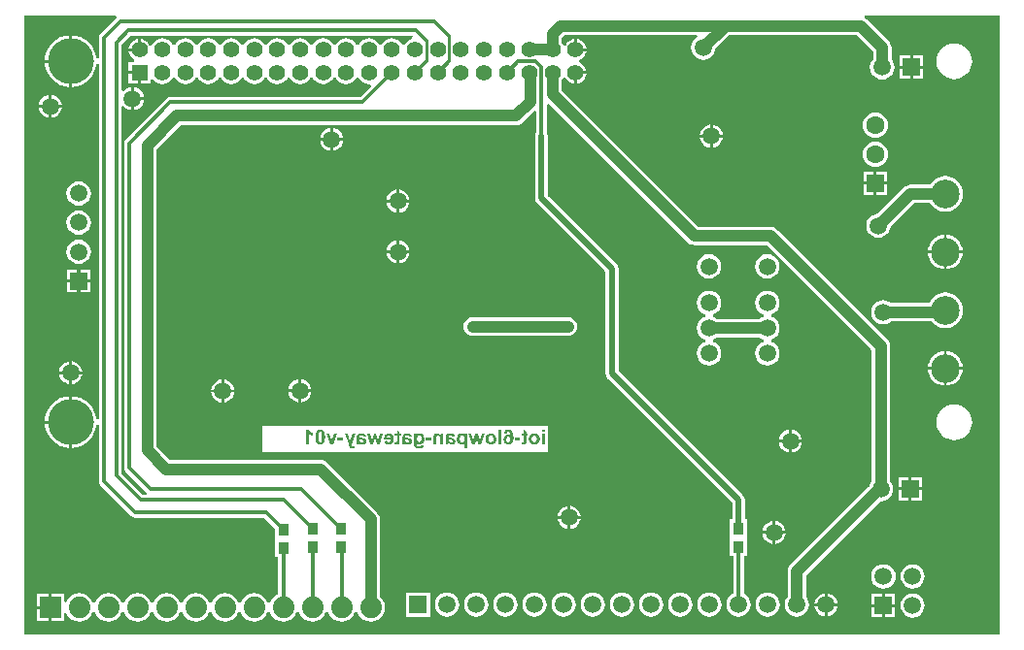
<source format=gbl>
%FSTAX24Y24*%
%MOMM*%
%SFA1B1*%

%IPPOS*%
%ADD14R,0.949998X0.999998*%
%ADD22C,0.999998*%
%ADD23C,0.299999*%
%ADD24C,1.879996*%
%ADD25R,1.879996X1.879996*%
%ADD26R,1.399997X1.399997*%
%ADD27C,1.399997*%
%ADD28R,1.499997X1.499997*%
%ADD29C,1.519997*%
%ADD30C,1.499997*%
%ADD31R,1.519997X1.519997*%
%ADD32R,1.499997X1.499997*%
%ADD33C,2.499995*%
%ADD34C,3.999992*%
%ADD35C,1.599997*%
%ADD36R,1.599997X1.599997*%
%ADD37C,0.509999*%
%ADD38C,0.250000*%
%ADD39C,0.499999*%
%LNgateway-1*%
%LPD*%
G36*
X353399Y537299D02*
X353099Y536199D01*
X352499Y535099*
X350499Y534199*
X348399Y532599*
X346799Y530499*
X346599Y530099*
X344399*
X344199Y530499*
X342599Y532599*
X340499Y534199*
X338099Y535199*
X335499Y535599*
X332899Y535199*
X330499Y534199*
X328399Y532599*
X326799Y530499*
X326599Y530099*
X324399*
X324199Y530499*
X322599Y532599*
X320499Y534199*
X318099Y535199*
X315499Y535599*
X312899Y535199*
X310499Y534199*
X308399Y532599*
X306799Y530499*
X306599Y530099*
X304399*
X304199Y530499*
X302599Y532599*
X300499Y534199*
X298099Y535199*
X295499Y535599*
X292899Y535199*
X290499Y534199*
X288399Y532599*
X286799Y530499*
X286599Y530099*
X284399*
X284199Y530499*
X282599Y532599*
X280499Y534199*
X278099Y535199*
X275499Y535599*
X272899Y535199*
X270499Y534199*
X268399Y532599*
X266799Y530499*
X266599Y530099*
X264399*
X264199Y530499*
X262599Y532599*
X260499Y534199*
X258099Y535199*
X255499Y535599*
X252899Y535199*
X250499Y534199*
X248399Y532599*
X246799Y530499*
X246599Y530099*
X244399*
X244199Y530499*
X242599Y532599*
X240499Y534199*
X238099Y535199*
X235499Y535599*
X232899Y535199*
X230499Y534199*
X228399Y532599*
X226799Y530499*
X226599Y530099*
X224399*
X224199Y530499*
X222599Y532599*
X220499Y534199*
X218099Y535199*
X215499Y535599*
X212899Y535199*
X210499Y534199*
X208399Y532599*
X206799Y530499*
X206599Y530099*
X204399*
X204199Y530499*
X202599Y532599*
X200499Y534199*
X198099Y535199*
X195499Y535599*
X192899Y535199*
X1905Y534199*
X188399Y532599*
X186799Y530499*
X186599Y530099*
X184399*
X184199Y530499*
X182599Y532599*
X180499Y534199*
X178099Y535199*
X175499Y535599*
X172899Y535199*
X170499Y534199*
X168399Y532599*
X166799Y530499*
X166599Y530099*
X164399*
X164199Y530499*
X162599Y532599*
X160499Y534199*
X158099Y535199*
X155499Y535599*
X152899Y535199*
X150499Y534199*
X148399Y532599*
X146799Y530499*
X146599Y530099*
X144399*
X144199Y530499*
X142599Y532599*
X140499Y534199*
X138099Y535199*
X135499Y535599*
X132899Y535199*
X130499Y534199*
X128399Y532599*
X126799Y530499*
X126299Y529499*
X124199*
X123799Y530299*
X122299Y532299*
X120299Y533799*
X117999Y534799*
X116799Y534999*
Y525499*
X115499*
Y524199*
X105999*
X106199Y522999*
X107199Y5207*
X108699Y518699*
X110699Y517199*
X110999Y516999*
X110599Y514999*
X105999*
Y506799*
X115499*
Y505499*
X116799*
Y495999*
X124999*
Y499599*
X125599Y499799*
X127Y500099*
X128399Y498399*
X130499Y496799*
X132899Y495799*
X135499Y495399*
X138099Y495799*
X140499Y496799*
X142599Y498399*
X144199Y500499*
X144399Y500899*
X146599*
X146799Y500499*
X148399Y498399*
X150499Y496799*
X152899Y495799*
X155499Y495399*
X158099Y495799*
X160499Y496799*
X162599Y498399*
X164199Y500499*
X164399Y500899*
X166599*
X166799Y500499*
X168399Y498399*
X170499Y496799*
X172899Y495799*
X175499Y495399*
X178099Y495799*
X180499Y496799*
X182599Y498399*
X184199Y500499*
X184399Y500899*
X186599*
X186799Y500499*
X188399Y498399*
X1905Y496799*
X192899Y495799*
X195499Y495399*
X198099Y495799*
X200499Y496799*
X202599Y498399*
X204199Y500499*
X204399Y500899*
X206599*
X206799Y500499*
X208399Y498399*
X210499Y496799*
X212899Y495799*
X215499Y495399*
X218099Y495799*
X220499Y496799*
X222599Y498399*
X224199Y500499*
X224399Y500899*
X226599*
X226799Y500499*
X228399Y498399*
X230499Y496799*
X232899Y495799*
X235499Y495399*
X238099Y495799*
X240499Y496799*
X242599Y498399*
X244199Y500499*
X244399Y500899*
X246599*
X246799Y500499*
X248399Y498399*
X250499Y496799*
X252899Y495799*
X255499Y495399*
X258099Y495799*
X260499Y496799*
X262599Y498399*
X264199Y500499*
X264399Y500899*
X266599*
X266799Y500499*
X268399Y498399*
X270499Y496799*
X272899Y495799*
X275499Y495399*
X278099Y495799*
X280499Y496799*
X282599Y498399*
X284199Y500499*
X284399Y500899*
X286599*
X286799Y500499*
X288399Y498399*
X290499Y496799*
X292899Y495799*
X295499Y495399*
X298099Y495799*
X300499Y496799*
X302599Y498399*
X304199Y500499*
X304399Y500899*
X306599*
X306799Y500499*
X308399Y498399*
X310499Y496799*
X312899Y495799*
X315499Y495399*
X316199Y495499*
X317099Y493599*
X307799Y484299*
X142299*
X140499Y483999*
X138999Y482999*
X103299Y447199*
X102299Y445799*
X101899Y443999*
Y160999*
X102299Y159199*
X103299Y157799*
X121899Y139099*
X121599Y137799*
X121199Y137099*
X118699*
X099799Y155899*
Y475799*
X101799Y476499*
X102299Y475799*
X104399Y474199*
X106899Y473199*
X108199Y472999*
Y482999*
Y492999*
X106899Y492799*
X104399Y491799*
X102299Y490199*
X101799Y489499*
X099799Y490199*
Y530099*
X107699Y537899*
X352999*
X353399Y537299*
G37*
G36*
X865499Y015199D02*
X015199D01*
Y555799*
X094899*
X095499Y553799*
Y553699*
X081299Y539499*
X080299Y537999*
X079899Y536199*
Y517999*
X077899Y517899*
X077699Y519899*
X076399Y524199*
X074299Y528099*
X071499Y531499*
X068099Y534299*
X064199Y536399*
X059899Y537699*
X056799Y537999*
Y515499*
Y492999*
X059899Y493299*
X064199Y494599*
X068099Y496699*
X071499Y499499*
X074299Y502899*
X076399Y506799*
X077699Y511099*
X077899Y513099*
X079899Y512999*
Y202999*
X077899Y202899*
X077699Y204899*
X076399Y209199*
X074299Y213099*
X071499Y216499*
X068099Y219299*
X064199Y221399*
X059899Y222699*
X056799Y222999*
Y200499*
Y177999*
X059899Y178299*
X064199Y179599*
X068099Y181699*
X071499Y184499*
X074299Y187899*
X076399Y191799*
X077699Y196099*
X077899Y198099*
X079899Y197999*
Y148799*
X080299Y146999*
X081299Y145499*
X108499Y118299*
X109999Y117299*
X111799Y116899*
X224099*
X233499Y107499*
Y098999*
Y096999*
Y082999*
X236299*
Y050299*
X234599Y049599*
X231999Y047599*
X229999Y044999*
X229199Y043099*
X227099*
X226299Y044999*
X224299Y047599*
X221699Y049599*
X218699Y0508*
X215499Y051299*
X212199Y0508*
X209199Y049599*
X206599Y047599*
X204599Y044999*
X203799Y043099*
X201699*
X200899Y044999*
X198899Y047599*
X196299Y049599*
X193299Y0508*
X189999Y051299*
X186799Y0508*
X183799Y049599*
X181199Y047599*
X179199Y044999*
X178399Y043099*
X176299*
X175499Y044999*
X173499Y047599*
X170899Y049599*
X167899Y0508*
X164699Y051299*
X161399Y0508*
X158399Y049599*
X155799Y047599*
X153799Y044999*
X152999Y043099*
X150899*
X150099Y044999*
X148099Y047599*
X145499Y049599*
X142499Y0508*
X139299Y051299*
X135999Y0508*
X132999Y049599*
X130399Y047599*
X128399Y044999*
X127599Y043099*
X125499*
X124699Y044999*
X122699Y047599*
X120099Y049599*
X117099Y0508*
X113899Y051299*
X110599Y0508*
X107599Y049599*
X104999Y047599*
X102999Y044999*
X102199Y043099*
X100099*
X099299Y044999*
X097299Y047599*
X094699Y049599*
X091699Y0508*
X088499Y051299*
X085199Y0508*
X082199Y049599*
X079599Y047599*
X077599Y044999*
X076799Y043099*
X074699*
X073899Y044999*
X071899Y047599*
X069299Y049599*
X066299Y0508*
X062999Y051299*
X059799Y0508*
X056799Y049599*
X054199Y047599*
X052199Y044999*
X051599Y043499*
X049599Y043899*
Y050699*
X038899*
Y038699*
Y026799*
X049599*
Y033599*
X051599Y033999*
X052199Y032499*
X054199Y029899*
X056799Y027899*
X059799Y026699*
X062999Y026199*
X066299Y026699*
X069299Y027899*
X071899Y029899*
X073899Y032499*
X074699Y034399*
X076799*
X077599Y032499*
X079599Y029899*
X082199Y027899*
X085199Y026699*
X088499Y026199*
X091699Y026699*
X094699Y027899*
X097299Y029899*
X099299Y032499*
X100099Y034399*
X102199*
X102999Y032499*
X104999Y029899*
X107599Y027899*
X110599Y026699*
X113899Y026199*
X117099Y026699*
X120099Y027899*
X122699Y029899*
X124699Y032499*
X125499Y034399*
X127599*
X128399Y032499*
X130399Y029899*
X132999Y027899*
X135999Y026699*
X139299Y026199*
X142499Y026699*
X145499Y027899*
X148099Y029899*
X150099Y032499*
X150899Y034399*
X152999*
X153799Y032499*
X155799Y029899*
X158399Y027899*
X161399Y026699*
X164699Y026199*
X167899Y026699*
X170899Y027899*
X173499Y029899*
X175499Y032499*
X176299Y034399*
X178399*
X179199Y032499*
X181199Y029899*
X183799Y027899*
X186799Y026699*
X189999Y026199*
X193299Y026699*
X196299Y027899*
X198899Y029899*
X200899Y032499*
X201699Y034399*
X203799*
X204599Y032499*
X206599Y029899*
X209199Y027899*
X212199Y026699*
X215499Y026199*
X218699Y026699*
X221699Y027899*
X224299Y029899*
X226299Y032499*
X227099Y034399*
X229199*
X229999Y032499*
X231999Y029899*
X234599Y027899*
X237599Y026699*
X240799Y026199*
X244099Y026699*
X247099Y027899*
X249699Y029899*
X251699Y032499*
X252499Y034399*
X254599*
X255399Y032499*
X257399Y029899*
X259999Y027899*
X262999Y026699*
X266199Y026199*
X269499Y026699*
X272499Y027899*
X275099Y029899*
X277099Y032499*
X277899Y034399*
X279999*
X280799Y032499*
X282799Y029899*
X285399Y027899*
X288399Y026699*
X291699Y026199*
X294899Y026699*
X297899Y027899*
X300499Y029899*
X302499Y032499*
X303299Y034399*
X305399*
X306199Y032499*
X308199Y029899*
X310799Y027899*
X313799Y026699*
X316999Y026199*
X320299Y026699*
X323299Y027899*
X325899Y029899*
X327899Y032499*
X329099Y035499*
X329599Y038799*
X329099Y041999*
X327899Y044999*
X325899Y047599*
X325099Y048199*
Y115699*
X324799Y117799*
X323999Y119699*
X322799Y121399*
X278999Y165199*
X277299Y166499*
X275299Y167299*
X273299Y167599*
X141799*
X130299Y179099*
Y438399*
X151599Y459699*
X443499*
X445599Y459999*
X447499Y460799*
X449199Y461999*
X459299Y472199*
X461199Y471399*
Y453499*
X460599Y452599*
X460099Y450499*
Y395999*
X460599Y393899*
X461799Y391999*
X521599Y332199*
Y242999*
X522099Y240899*
X523299Y238999*
X631899Y130399*
Y115699*
X629799*
Y101799*
Y099799*
Y097699*
Y083799*
X632899*
Y050699*
X632199Y050399*
X629999Y048699*
X628299Y046499*
X627299Y043999*
X626899Y041199*
X627299Y038499*
X628299Y035999*
X629999Y033799*
X632199Y032099*
X634799Y030999*
X637499Y030699*
X640199Y030999*
X642799Y032099*
X644999Y033799*
X646699Y035999*
X6477Y038499*
X648099Y041199*
X6477Y043999*
X646699Y046499*
X644999Y048699*
X642799Y050399*
X642099Y050699*
Y083799*
X645299*
Y097699*
Y099799*
Y101799*
Y115699*
X643099*
Y132699*
X642699Y134899*
X641499Y136699*
X532899Y245299*
Y334499*
X532399Y336599*
X531199Y338499*
X471399Y398299*
Y450499*
X470899Y452599*
X470299Y453499*
Y477899*
X472199Y478699*
X593499Y357299*
X595199Y355999*
X597199Y355199*
X599199Y354899*
X662399*
X753699Y263699*
Y149399*
X752299Y147599*
X751299Y144999*
X751199Y144299*
X682599Y075799*
X681299Y074099*
X680499Y072099*
X680199Y070099*
Y047999*
X679099Y046499*
X678099Y043999*
X677699Y041199*
X678099Y038499*
X679099Y035999*
X680799Y033799*
X682999Y032099*
X685599Y030999*
X688299Y030699*
X690999Y030999*
X693599Y032099*
X695799Y033799*
X697499Y035999*
X6985Y038499*
X698899Y041199*
X6985Y043999*
X697499Y046499*
X696399Y047999*
Y066699*
X761199Y131599*
X761599Y131499*
X764399Y131899*
X766999Y132999*
X769199Y134699*
X770899Y136899*
X771899Y139499*
X772299Y142299*
X771899Y144999*
X770899Y147599*
X769799Y148999*
Y266999*
X769499Y269099*
X768699Y270999*
X767499Y272699*
X671499Y368699*
X669799Y369999*
X667799Y370799*
X665699Y371099*
X602599*
X483599Y490099*
Y499599*
X484199Y500499*
X484699Y501499*
X486799*
X487199Y500699*
X488699Y498699*
X490699Y497199*
X492999Y496199*
X494199Y495999*
Y505499*
X495499*
Y506799*
X504999*
X504799Y508*
X503799Y510299*
X502299Y512299*
X500299Y513799*
X498899Y514399*
Y516599*
X500299Y517199*
X502299Y518699*
X503799Y5207*
X504799Y522999*
X504999Y524199*
X495499*
Y525499*
X494199*
Y534999*
X492999Y534799*
X490699Y533799*
X488699Y532299*
X487199Y530299*
X486799Y529499*
X484699*
X484199Y530499*
X483599Y531399*
Y536199*
X485799Y538399*
X601099*
X601499Y536399*
X599299Y534699*
X597599Y532499*
X596499Y529999*
X596199Y527199*
X596499Y524499*
X597599Y521999*
X599299Y519799*
X601499Y518099*
X603999Y516999*
X606699Y516699*
X609499Y516999*
X611999Y518099*
X614199Y519799*
X615899Y521999*
X616999Y524499*
X617199Y526299*
X629299Y538399*
X740399*
X754699Y524099*
Y517199*
X753499Y515599*
X752499Y512999*
X752099Y510299*
X752499Y507499*
X753499Y504899*
X755199Y502699*
X757399Y500999*
X759999Y499899*
X762799Y499499*
X765599Y499899*
X768199Y500999*
X770399Y502699*
X772099Y504899*
X773099Y507499*
X773499Y510299*
X773099Y512999*
X772099Y515599*
X770899Y517199*
Y527399*
X770599Y529499*
X769799Y531499*
X768499Y533199*
X749499Y552199*
X747799Y553499*
X747199Y553799*
X747499Y555799*
X865499*
Y015199*
G37*
%LNgateway-2*%
%LPC*%
G36*
X114199Y534999D02*
X112999Y534799D01*
X110699Y533799*
X108699Y532299*
X107199Y530299*
X106199Y527999*
X105999Y526799*
X114199*
Y534999*
G37*
G36*
Y504199D02*
X105999D01*
Y495999*
X114199*
Y504199*
G37*
G36*
X110799Y492999D02*
Y484299D01*
X119499*
X119299Y485599*
X118299Y488099*
X116699Y490199*
X114599Y491799*
X112099Y492799*
X110799Y492999*
G37*
G36*
X119499Y481699D02*
X110799D01*
Y472999*
X112099Y473199*
X114599Y474199*
X116699Y475799*
X118299Y477899*
X119299Y480399*
X119499Y481699*
G37*
G36*
X496799Y534999D02*
Y526799D01*
X504999*
X504799Y527999*
X503799Y530299*
X502299Y532299*
X500299Y533799*
X497999Y534799*
X496799Y534999*
G37*
G36*
X054199Y537999D02*
X051099Y537699D01*
X046799Y536399*
X042899Y534299*
X039499Y531499*
X036699Y528099*
X034599Y524199*
X033299Y519899*
X032999Y516799*
X054199*
Y537999*
G37*
G36*
X798399Y520399D02*
X789499D01*
Y511499*
X798399*
Y520399*
G37*
G36*
X786899D02*
X777999D01*
Y511499*
X786899*
Y520399*
G37*
G36*
X798399Y508999D02*
X789499D01*
Y500099*
X798399*
Y508999*
G37*
G36*
X786899D02*
X777999D01*
Y500099*
X786899*
Y508999*
G37*
G36*
X8255Y531099D02*
X822499Y530799D01*
X819499Y529899*
X816799Y528499*
X814499Y526499*
X812499Y524199*
X811099Y521499*
X810199Y518499*
X809899Y515499*
X810199Y512499*
X811099Y509499*
X812499Y506799*
X814499Y504499*
X816799Y502499*
X819499Y501099*
X822499Y500199*
X8255Y499899*
X828499Y500199*
X831499Y501099*
X834199Y502499*
X836499Y504499*
X838499Y506799*
X839899Y509499*
X840799Y512499*
X841099Y515499*
X840799Y518499*
X839899Y521499*
X838499Y524199*
X836499Y526499*
X834199Y528499*
X831499Y529899*
X828499Y530799*
X8255Y531099*
G37*
G36*
X504999Y504199D02*
X496799D01*
Y495999*
X497999Y496199*
X500299Y497199*
X502299Y498699*
X503799Y500699*
X504799Y502999*
X504999Y504199*
G37*
G36*
X054199Y514199D02*
X032999D01*
X033299Y511099*
X034599Y506799*
X036699Y502899*
X039499Y499499*
X042899Y496699*
X046799Y494599*
X051099Y493299*
X054199Y492999*
Y514199*
G37*
G36*
X038999Y486199D02*
Y477499D01*
X047699*
X047499Y478899*
X046499Y481299*
X044899Y483399*
X042799Y484999*
X040399Y485999*
X038999Y486199*
G37*
G36*
X036499D02*
X035099Y485999D01*
X032699Y484999*
X030599Y483399*
X028999Y481299*
X027999Y478899*
X027799Y477499*
X036499*
Y486199*
G37*
G36*
X047699Y474999D02*
X038999D01*
Y466299*
X040399Y466499*
X042799Y467499*
X044899Y469099*
X046499Y471199*
X047499Y473599*
X047699Y474999*
G37*
G36*
X036499D02*
X027799D01*
X027999Y473599*
X028999Y471199*
X030599Y469099*
X032699Y467499*
X035099Y466499*
X036499Y466299*
Y474999*
G37*
G36*
X614999Y460199D02*
Y451499D01*
X623699*
X623499Y452899*
X622499Y455299*
X620899Y457399*
X618799Y458999*
X616399Y459999*
X614999Y460199*
G37*
G36*
X612499D02*
X611099Y459999D01*
X608699Y458999*
X606599Y457399*
X604999Y455299*
X603999Y452899*
X603799Y451499*
X612499*
Y460199*
G37*
G36*
X756799Y470799D02*
X753899Y470499D01*
X751199Y469399*
X748899Y467599*
X747099Y465299*
X745999Y462599*
X745699Y459699*
X745999Y456899*
X747099Y454199*
X748899Y451899*
X751199Y450099*
X753899Y448999*
X756799Y448699*
X759599Y448999*
X762299Y450099*
X764599Y451899*
X766399Y454199*
X767499Y456899*
X767799Y459699*
X767499Y462599*
X766399Y465299*
X764599Y467599*
X762299Y469399*
X759599Y470499*
X756799Y470799*
G37*
G36*
X284299Y4572D02*
Y448499D01*
X292999*
X292799Y449899*
X291799Y452299*
X290199Y454399*
X288099Y455999*
X285599Y456999*
X284299Y4572*
G37*
G36*
X281699D02*
X280399Y456999D01*
X277899Y455999*
X275799Y454399*
X274199Y452299*
X273199Y449899*
X272999Y448499*
X281699*
Y4572*
G37*
G36*
X623699Y448999D02*
X614999D01*
Y440299*
X616399Y440499*
X618799Y441499*
X620899Y443099*
X622499Y445199*
X623499Y447599*
X623699Y448999*
G37*
G36*
X612499D02*
X603799D01*
X603999Y447599*
X604999Y445199*
X606599Y443099*
X608699Y441499*
X611099Y440499*
X612499Y440299*
Y448999*
G37*
G36*
X292999Y445999D02*
X284299D01*
Y437299*
X285599Y437499*
X288099Y438499*
X290199Y440099*
X291799Y442199*
X292799Y444599*
X292999Y445999*
G37*
G36*
X281699D02*
X272999D01*
X273199Y444599*
X274199Y442199*
X275799Y440099*
X277899Y438499*
X280399Y437499*
X281699Y437299*
Y445999*
G37*
G36*
X756799Y445399D02*
X753899Y445099D01*
X751199Y443999*
X748899Y442199*
X747099Y439899*
X745999Y437199*
X745699Y434399*
X745999Y431499*
X747099Y428799*
X748899Y426499*
X751199Y424699*
X753899Y423599*
X756799Y423299*
X759599Y423599*
X762299Y424699*
X764599Y426499*
X766399Y428799*
X767499Y431499*
X767799Y434399*
X767499Y437199*
X766399Y439899*
X764599Y442199*
X762299Y443999*
X759599Y445099*
X756799Y445399*
G37*
G36*
X767299Y419499D02*
X757999D01*
Y410199*
X767299*
Y419499*
G37*
G36*
X755499D02*
X746199D01*
Y410199*
X755499*
Y419499*
G37*
G36*
X767299Y407699D02*
X757999D01*
Y398399*
X767299*
Y407699*
G37*
G36*
X755499D02*
X746199D01*
Y398399*
X755499*
Y407699*
G37*
G36*
X341999Y403499D02*
Y394799D01*
X350699*
X350499Y396099*
X349499Y398599*
X347899Y400699*
X345799Y402299*
X343399Y403299*
X341999Y403499*
G37*
G36*
X339499D02*
X338099Y403299D01*
X335699Y402299*
X333599Y400699*
X331999Y398599*
X330999Y396099*
X330799Y394799*
X339499*
Y403499*
G37*
G36*
X062499Y410599D02*
X059799Y410299D01*
X057199Y409199*
X054999Y407499*
X053299Y405299*
X052299Y402799*
X051899Y400099*
X052299Y397299*
X053299Y394799*
X054999Y392599*
X057199Y390899*
X059799Y389799*
X062499Y389499*
X065199Y389799*
X067799Y390899*
X069999Y392599*
X071699Y394799*
X072699Y397299*
X073099Y400099*
X072699Y402799*
X071699Y405299*
X069999Y407499*
X067799Y409199*
X065199Y410299*
X062499Y410599*
G37*
G36*
X817799Y415399D02*
X814699Y415099D01*
X811799Y414199*
X809099Y412799*
X806699Y410799*
X804799Y408499*
X804499Y407899*
X787299*
X785199Y407599*
X783299Y406799*
X781599Y405499*
X758599Y382499*
X756799Y382199*
X754199Y381199*
X751999Y379499*
X750299Y377299*
X7493Y374699*
X748899Y371999*
X7493Y369299*
X750299Y366699*
X751999Y364499*
X754199Y362799*
X756799Y361799*
X759499Y361399*
X762199Y361799*
X764799Y362799*
X766999Y364499*
X768699Y366699*
X769699Y369299*
X769999Y371099*
X790599Y391699*
X804499*
X804799Y391099*
X806699Y388799*
X809099Y386799*
X811799Y385399*
X814699Y384499*
X817799Y384199*
X820799Y384499*
X823699Y385399*
X826399Y386799*
X828799Y388799*
X830699Y391099*
X832099Y393799*
X832999Y396799*
X833299Y399799*
X832999Y402799*
X832099Y405799*
X830699Y408499*
X828799Y410799*
X826399Y412799*
X823699Y414199*
X820799Y415099*
X817799Y415399*
G37*
G36*
X350699Y392199D02*
X341999D01*
Y383499*
X343399Y383699*
X345799Y384699*
X347899Y386299*
X349499Y388399*
X350499Y390899*
X350699Y392199*
G37*
G36*
X339499D02*
X330799D01*
X330999Y390899*
X331999Y388399*
X333599Y386299*
X335699Y384699*
X338099Y383699*
X339499Y383499*
Y392199*
G37*
G36*
X062499Y385199D02*
X059799Y384899D01*
X057199Y383799*
X054999Y382099*
X053299Y379899*
X052299Y377399*
X051899Y374699*
X052299Y371899*
X053299Y369399*
X054999Y367199*
X057199Y365499*
X059799Y364399*
X062499Y364099*
X065199Y364399*
X067799Y365499*
X069999Y367199*
X071699Y369399*
X072699Y371899*
X073099Y374699*
X072699Y377399*
X071699Y379899*
X069999Y382099*
X067799Y383799*
X065199Y384899*
X062499Y385199*
G37*
G36*
X341999Y359199D02*
Y350499D01*
X350699*
X350499Y351899*
X349499Y354299*
X347899Y356399*
X345799Y357999*
X343399Y358999*
X341999Y359199*
G37*
G36*
X339499D02*
X338099Y358999D01*
X335699Y357999*
X333599Y356399*
X331999Y354299*
X330999Y351899*
X330799Y350499*
X339499*
Y359199*
G37*
G36*
X818999Y363999D02*
Y350299D01*
X832699*
X832599Y351899*
X831699Y354799*
X830299Y357399*
X828399Y359699*
X826099Y361599*
X823499Y362999*
X820699Y363799*
X818999Y363999*
G37*
G36*
X816499D02*
X814799Y363799D01*
X811999Y362999*
X809399Y361599*
X807099Y359699*
X805199Y357399*
X803799Y354799*
X802899Y351899*
X802799Y350299*
X816499*
Y363999*
G37*
G36*
X350699Y347999D02*
X341999D01*
Y339299*
X343399Y339499*
X345799Y340499*
X347899Y342099*
X349499Y344199*
X350499Y346599*
X350699Y347999*
G37*
G36*
X339499D02*
X330799D01*
X330999Y346599*
X331999Y344199*
X333599Y342099*
X335699Y340499*
X338099Y339499*
X339499Y339299*
Y347999*
G37*
G36*
X062499Y359799D02*
X059799Y359499D01*
X057199Y358399*
X054999Y356699*
X053299Y354499*
X052299Y351999*
X051899Y349199*
X052299Y346499*
X053299Y343999*
X054999Y341799*
X057199Y340099*
X059799Y338999*
X062499Y338699*
X065199Y338999*
X067799Y340099*
X069999Y341799*
X071699Y343999*
X072699Y346499*
X073099Y349199*
X072699Y351999*
X071699Y354499*
X069999Y356699*
X067799Y358399*
X065199Y359499*
X062499Y359799*
G37*
G36*
X832699Y347699D02*
X818999D01*
Y333999*
X820699Y334199*
X823499Y334999*
X826099Y336399*
X828399Y338299*
X830299Y340599*
X831699Y343199*
X832599Y346099*
X832699Y347699*
G37*
G36*
X816499D02*
X802799D01*
X802899Y346099*
X803799Y343199*
X805199Y340599*
X807099Y338299*
X809399Y336399*
X811999Y334999*
X814799Y334199*
X816499Y333999*
Y347699*
G37*
G36*
X662499Y347099D02*
X659799Y346699D01*
X657199Y345699*
X654999Y343999*
X653299Y341799*
X652299Y339199*
X651899Y336499*
X652299Y333799*
X653299Y331199*
X654999Y328999*
X657199Y327299*
X659799Y326299*
X662499Y325899*
X665199Y326299*
X667799Y327299*
X669999Y328999*
X671699Y331199*
X672699Y333799*
X6731Y336499*
X672699Y339199*
X671699Y341799*
X669999Y343999*
X667799Y345699*
X665199Y346699*
X662499Y347099*
G37*
G36*
X611699D02*
X608999Y346699D01*
X606399Y345699*
X604199Y343999*
X602499Y341799*
X601499Y339199*
X601099Y336499*
X601499Y333799*
X602499Y331199*
X604199Y328999*
X606399Y327299*
X608999Y326299*
X611699Y325899*
X614399Y326299*
X616999Y327299*
X619199Y328999*
X620899Y331199*
X621899Y333799*
X6223Y336499*
X621899Y339199*
X620899Y341799*
X619199Y343999*
X616999Y345699*
X614399Y346699*
X611699Y347099*
G37*
G36*
X072499Y333899D02*
X063799D01*
Y325099*
X072499*
Y333899*
G37*
G36*
X061199D02*
X052499D01*
Y325099*
X061199*
Y333899*
G37*
G36*
X072499Y322599D02*
X063799D01*
Y313799*
X072499*
Y322599*
G37*
G36*
X061199D02*
X052499D01*
Y313799*
X061199*
Y322599*
G37*
G36*
X817799Y313799D02*
X814699Y313499D01*
X811799Y312599*
X809099Y311199*
X806699Y309299*
X804799Y306899*
X803599Y304599*
X770499*
X768999Y305699*
X766499Y306699*
X763799Y307099*
X760999Y306699*
X758499Y305699*
X756299Y303999*
X754599Y301799*
X753499Y299199*
X753199Y296499*
X753499Y293799*
X754599Y291199*
X756299Y288999*
X758499Y287299*
X760999Y286299*
X763799Y285899*
X766499Y286299*
X768999Y287299*
X770499Y288399*
X805799*
X806699Y287199*
X809099Y285299*
X811799Y283899*
X814699Y282999*
X817799Y282699*
X820799Y282999*
X823699Y283899*
X826399Y285299*
X828799Y287199*
X830699Y289599*
X832099Y292299*
X832999Y295199*
X833299Y298299*
X832999Y301299*
X832099Y304199*
X830699Y306899*
X828799Y309299*
X826399Y311199*
X823699Y312599*
X820799Y313499*
X817799Y313799*
G37*
G36*
X662499Y315099D02*
X659799Y314699D01*
X657199Y313699*
X654999Y311999*
X653299Y309799*
X652299Y307199*
X651899Y304499*
X652299Y301799*
X653299Y299199*
X654999Y296999*
X657199Y295299*
X658999Y294599*
Y292399*
X657199Y291699*
X655799Y290599*
X618399*
X616999Y291699*
X615199Y292399*
Y294599*
X616999Y295299*
X619199Y296999*
X620899Y299199*
X621899Y301799*
X6223Y304499*
X621899Y307199*
X620899Y309799*
X619199Y311999*
X616999Y313699*
X614399Y314699*
X611699Y315099*
X608999Y314699*
X606399Y313699*
X604199Y311999*
X602499Y309799*
X601499Y307199*
X601099Y304499*
X601499Y301799*
X602499Y299199*
X604199Y296999*
X606399Y295299*
X608199Y294599*
Y292399*
X606399Y291699*
X604199Y289999*
X602499Y287799*
X601499Y285199*
X601099Y282499*
X601499Y279799*
X602499Y277199*
X604199Y274999*
X606399Y273299*
X608199Y272599*
Y270399*
X606399Y269699*
X604199Y267999*
X602499Y265799*
X601499Y263199*
X601099Y260499*
X601499Y257799*
X602499Y255199*
X604199Y252999*
X606399Y251299*
X608999Y250299*
X611699Y249899*
X614399Y250299*
X616999Y251299*
X619199Y252999*
X620899Y255199*
X621899Y257799*
X6223Y260499*
X621899Y263199*
X620899Y265799*
X619199Y267999*
X616999Y269699*
X615199Y270399*
Y272599*
X616999Y273299*
X618399Y274399*
X655799*
X657199Y273299*
X658999Y272599*
Y270399*
X657199Y269699*
X654999Y267999*
X653299Y265799*
X652299Y263199*
X651899Y260499*
X652299Y257799*
X653299Y255199*
X654999Y252999*
X657199Y251299*
X659799Y250299*
X662499Y249899*
X665199Y250299*
X667799Y251299*
X669999Y252999*
X671699Y255199*
X672699Y257799*
X6731Y260499*
X672699Y263199*
X671699Y265799*
X669999Y267999*
X667799Y269699*
X665999Y270399*
Y272599*
X667799Y273299*
X669999Y274999*
X671699Y277199*
X672699Y279799*
X6731Y282499*
X672699Y285199*
X671699Y287799*
X669999Y289999*
X667799Y291699*
X665999Y292399*
Y294599*
X667799Y295299*
X669999Y296999*
X671699Y299199*
X672699Y301799*
X6731Y304499*
X672699Y307199*
X671699Y309799*
X669999Y311999*
X667799Y313699*
X665199Y314699*
X662499Y315099*
G37*
G36*
X488999Y2921D02*
X405999D01*
X403899Y291799*
X401999Y290999*
X400299Y289699*
X398999Y287999*
X398199Y286099*
X397899Y283999*
X398199Y281899*
X398999Y279999*
X400299Y278299*
X401999Y276999*
X403899Y276199*
X405999Y275899*
X488999*
X491099Y276199*
X492999Y276999*
X494699Y278299*
X495999Y279999*
X496799Y281899*
X497099Y283999*
X496799Y286099*
X495999Y287999*
X494699Y289699*
X492999Y290999*
X491099Y291799*
X488999Y2921*
G37*
G36*
X818999Y262399D02*
Y248699D01*
X832699*
X832599Y250399*
X831699Y253199*
X830299Y255799*
X828399Y258099*
X826099Y259999*
X823499Y261399*
X820699Y262299*
X818999Y262399*
G37*
G36*
X816499D02*
X814799Y262299D01*
X811999Y261399*
X809399Y259999*
X807099Y258099*
X805199Y255799*
X803799Y253199*
X802899Y250399*
X802799Y248699*
X816499*
Y262399*
G37*
G36*
X056799Y253699D02*
Y244999D01*
X065499*
X065299Y246399*
X064299Y248799*
X062699Y250899*
X060599Y252499*
X058099Y253499*
X056799Y253699*
G37*
G36*
X054199D02*
X052899Y253499D01*
X050399Y252499*
X048299Y250899*
X046699Y248799*
X045699Y246399*
X045499Y244999*
X054199*
Y253699*
G37*
G36*
X065499Y242499D02*
X056799D01*
Y233799*
X058099Y233999*
X060599Y234999*
X062699Y236599*
X064299Y238699*
X065299Y241099*
X065499Y242499*
G37*
G36*
X054199D02*
X045499D01*
X045699Y241099*
X046699Y238699*
X048299Y236599*
X050399Y234999*
X052899Y233999*
X054199Y233799*
Y242499*
G37*
G36*
X832699Y246199D02*
X818999D01*
Y232499*
X820699Y232599*
X823499Y233499*
X826099Y234899*
X828399Y236799*
X830299Y239099*
X831699Y241699*
X832599Y244499*
X832699Y246199*
G37*
G36*
X816499D02*
X802799D01*
X802899Y244499*
X803799Y241699*
X805199Y239099*
X807099Y236799*
X809399Y234899*
X811999Y233499*
X814799Y232599*
X816499Y232499*
Y246199*
G37*
G36*
X256499Y237999D02*
Y229299D01*
X265199*
X264999Y230599*
X263999Y233099*
X262399Y235199*
X260299Y236799*
X257899Y237799*
X256499Y237999*
G37*
G36*
X254D02*
X252599Y237799D01*
X250199Y236799*
X248099Y235199*
X246499Y233099*
X245499Y230599*
X245299Y229299*
X254*
Y237999*
G37*
G36*
X189299Y237699D02*
Y228999D01*
X197999*
X197799Y230399*
X196799Y232799*
X195199Y234899*
X193099Y236499*
X190599Y237499*
X189299Y237699*
G37*
G36*
X186699D02*
X185399Y237499D01*
X182899Y236499*
X180799Y234899*
X179199Y232799*
X178199Y230399*
X177999Y228999*
X186699*
Y237699*
G37*
G36*
X265199Y226699D02*
X256499D01*
Y217999*
X257899Y218199*
X260299Y219199*
X262399Y220799*
X263999Y222899*
X264999Y225399*
X265199Y226699*
G37*
G36*
X254D02*
X245299D01*
X245499Y225399*
X246499Y222899*
X248099Y220799*
X250199Y219199*
X252599Y218199*
X254Y217999*
Y226699*
G37*
G36*
X197999Y226499D02*
X189299D01*
Y217799*
X190599Y217999*
X193099Y218999*
X195199Y220599*
X196799Y222699*
X197799Y225099*
X197999Y226499*
G37*
G36*
X186699D02*
X177999D01*
X178199Y225099*
X179199Y222699*
X180799Y220599*
X182899Y218999*
X185399Y217999*
X186699Y217799*
Y226499*
G37*
G36*
X054199Y222999D02*
X051099Y222699D01*
X046799Y221399*
X042899Y219299*
X039499Y216499*
X036699Y213099*
X034599Y209199*
X033299Y204899*
X032999Y201799*
X054199*
Y222999*
G37*
G36*
X683999Y193999D02*
Y185299D01*
X692699*
X692499Y186599*
X691499Y189099*
X689899Y191199*
X687799Y192799*
X685399Y193799*
X683999Y193999*
G37*
G36*
X681499D02*
X680099Y193799D01*
X677699Y192799*
X675599Y191199*
X673999Y189099*
X672999Y186599*
X672799Y185299*
X681499*
Y193999*
G37*
G36*
X8255Y216099D02*
X822499Y215799D01*
X819499Y214899*
X816799Y213499*
X814499Y211499*
X812499Y209199*
X811099Y206499*
X810199Y203499*
X809899Y200499*
X810199Y197499*
X811099Y194499*
X812499Y191799*
X814499Y189499*
X816799Y187499*
X819499Y186099*
X822499Y185199*
X8255Y184899*
X828499Y185199*
X831499Y186099*
X834199Y187499*
X836499Y189499*
X838499Y191799*
X839899Y194499*
X840799Y197499*
X841099Y200499*
X840799Y203499*
X839899Y206499*
X838499Y209199*
X836499Y211499*
X834199Y213499*
X831499Y214899*
X828499Y215799*
X8255Y216099*
G37*
G36*
X054199Y199199D02*
X032999D01*
X033299Y196099*
X034599Y191799*
X036699Y187899*
X039499Y184499*
X042899Y181699*
X046799Y179599*
X051099Y178299*
X054199Y177999*
Y199199*
G37*
G36*
X471699Y197099D02*
X222899D01*
Y174499*
X471699*
Y197099*
G37*
G36*
X692699Y182699D02*
X683999D01*
Y173999*
X685399Y174199*
X687799Y175199*
X689899Y176799*
X691499Y178899*
X692499Y181399*
X692699Y182699*
G37*
G36*
X681499D02*
X672799D01*
X672999Y181399*
X673999Y178899*
X675599Y176799*
X677699Y175199*
X680099Y174199*
X681499Y173999*
Y182699*
G37*
G36*
X797199Y1524D02*
X788299D01*
Y143499*
X797199*
Y1524*
G37*
G36*
X785699D02*
X776799D01*
Y143499*
X785699*
Y1524*
G37*
G36*
X797199Y140999D02*
X788299D01*
Y132099*
X797199*
Y140999*
G37*
G36*
X785699D02*
X776799D01*
Y132099*
X785699*
Y140999*
G37*
G36*
X491299Y127499D02*
Y118799D01*
X499999*
X499799Y120099*
X498799Y122599*
X497199Y124699*
X495099Y126299*
X492599Y127299*
X491299Y127499*
G37*
G36*
X488699D02*
X487399Y127299D01*
X484899Y126299*
X482799Y124699*
X481199Y122599*
X480199Y120099*
X479999Y118799*
X488699*
Y127499*
G37*
G36*
X499999Y116199D02*
X491299D01*
Y107499*
X492599Y107699*
X495099Y108699*
X497199Y110299*
X498799Y112399*
X499799Y114899*
X499999Y116199*
G37*
G36*
X488699D02*
X479999D01*
X480199Y114899*
X481199Y112399*
X482799Y110299*
X484899Y108699*
X487399Y107699*
X488699Y107499*
Y116199*
G37*
G36*
X669799Y114199D02*
Y105499D01*
X678499*
X678299Y106899*
X677299Y109299*
X675699Y111399*
X673599Y112999*
X671099Y113999*
X669799Y114199*
G37*
G36*
X667199D02*
X665899Y113999D01*
X663399Y112999*
X661299Y111399*
X659699Y109299*
X658699Y106899*
X658499Y105499*
X667199*
Y114199*
G37*
G36*
X678499Y102999D02*
X669799D01*
Y094299*
X671099Y094499*
X673599Y095499*
X675699Y097099*
X677299Y099199*
X678299Y1016*
X678499Y102999*
G37*
G36*
X667199D02*
X658499D01*
X658699Y1016*
X659699Y099199*
X661299Y097099*
X663399Y095499*
X665899Y094499*
X667199Y094299*
Y102999*
G37*
G36*
X789299Y076499D02*
X786499Y076099D01*
X783999Y075099*
X781799Y073399*
X780099Y071199*
X778999Y068599*
X778699Y065899*
X778999Y063199*
X780099Y060599*
X781799Y058399*
X783999Y056699*
X786499Y055699*
X789299Y055299*
X791999Y055699*
X794499Y056699*
X796699Y058399*
X798399Y060599*
X799499Y063199*
X799799Y065899*
X799499Y068599*
X798399Y071199*
X796699Y073399*
X794499Y075099*
X791999Y076099*
X789299Y076499*
G37*
G36*
X763899Y076599D02*
X761099Y0762D01*
X758499Y075199*
X756299Y073499*
X754599Y071299*
X753499Y068699*
X753099Y065899*
X753499Y063099*
X754599Y060499*
X756299Y058299*
X758499Y056599*
X761099Y055599*
X763899Y055199*
X766599Y055599*
X769199Y056599*
X771399Y058299*
X773099Y060499*
X774199Y063099*
X774599Y065899*
X774199Y068699*
X773099Y071299*
X771399Y073499*
X769199Y075199*
X766599Y0762*
X763899Y076599*
G37*
G36*
X714999Y051199D02*
Y042499D01*
X723699*
X723499Y043899*
X722499Y046299*
X720899Y048399*
X718799Y049999*
X716299Y050999*
X714999Y051199*
G37*
G36*
X712399D02*
X711099Y050999D01*
X708599Y049999*
X706499Y048399*
X704899Y046299*
X703899Y043899*
X703699Y042499*
X712399*
Y051199*
G37*
G36*
X773899Y050499D02*
X765099D01*
Y041799*
X773899*
Y050499*
G37*
G36*
X762599D02*
X753799D01*
Y041799*
X762599*
Y050499*
G37*
G36*
X036399Y050699D02*
X025699D01*
Y039999*
X036399*
Y050699*
G37*
G36*
X723699Y039999D02*
X714999D01*
Y031299*
X716299Y031499*
X718799Y032499*
X720899Y034099*
X722499Y036199*
X723499Y038599*
X723699Y039999*
G37*
G36*
X712399D02*
X703699D01*
X703899Y038599*
X704899Y036199*
X706499Y034099*
X708599Y032499*
X711099Y031499*
X712399Y031299*
Y039999*
G37*
G36*
X368599Y051799D02*
X347599D01*
Y030799*
X368599*
Y051799*
G37*
G36*
X662899D02*
X660199Y051499D01*
X657599Y050399*
X655399Y048699*
X653699Y046499*
X652699Y043999*
X652299Y041199*
X652699Y038499*
X653699Y035999*
X655399Y033799*
X657599Y032099*
X660199Y030999*
X662899Y030699*
X665599Y030999*
X668199Y032099*
X670399Y033799*
X672099Y035999*
X6731Y038499*
X673499Y041199*
X6731Y043999*
X672099Y046499*
X670399Y048699*
X668199Y050399*
X665599Y051499*
X662899Y051799*
G37*
G36*
X612099D02*
X609399Y051499D01*
X606799Y050399*
X604599Y048699*
X602899Y046499*
X601899Y043999*
X601499Y041199*
X601899Y038499*
X602899Y035999*
X604599Y033799*
X606799Y032099*
X609399Y030999*
X612099Y030699*
X614799Y030999*
X617399Y032099*
X619599Y033799*
X621299Y035999*
X6223Y038499*
X622699Y041199*
X6223Y043999*
X621299Y046499*
X619599Y048699*
X617399Y050399*
X614799Y051499*
X612099Y051799*
G37*
G36*
X586699D02*
X583999Y051499D01*
X581399Y050399*
X579199Y048699*
X577499Y046499*
X576499Y043999*
X576099Y041199*
X576499Y038499*
X577499Y035999*
X579199Y033799*
X581399Y032099*
X583999Y030999*
X586699Y030699*
X589399Y030999*
X591999Y032099*
X594199Y033799*
X595899Y035999*
X5969Y038499*
X597299Y041199*
X5969Y043999*
X595899Y046499*
X594199Y048699*
X591999Y050399*
X589399Y051499*
X586699Y051799*
G37*
G36*
X561299D02*
X558599Y051499D01*
X555999Y050399*
X553799Y048699*
X552099Y046499*
X551099Y043999*
X550699Y041199*
X551099Y038499*
X552099Y035999*
X553799Y033799*
X555999Y032099*
X558599Y030999*
X561299Y030699*
X563999Y030999*
X566599Y032099*
X568799Y033799*
X570499Y035999*
X5715Y038499*
X571899Y041199*
X5715Y043999*
X570499Y046499*
X568799Y048699*
X566599Y050399*
X563999Y051499*
X561299Y051799*
G37*
G36*
X535899D02*
X533199Y051499D01*
X530599Y050399*
X528399Y048699*
X526699Y046499*
X525699Y043999*
X525299Y041199*
X525699Y038499*
X526699Y035999*
X528399Y033799*
X530599Y032099*
X533199Y030999*
X535899Y030699*
X538599Y030999*
X541199Y032099*
X543399Y033799*
X545099Y035999*
X5461Y038499*
X546499Y041199*
X5461Y043999*
X545099Y046499*
X543399Y048699*
X541199Y050399*
X538599Y051499*
X535899Y051799*
G37*
G36*
X510499D02*
X507799Y051499D01*
X505199Y050399*
X502999Y048699*
X501299Y046499*
X500299Y043999*
X499899Y041199*
X500299Y038499*
X501299Y035999*
X502999Y033799*
X505199Y032099*
X507799Y030999*
X510499Y030699*
X513199Y030999*
X515799Y032099*
X517999Y033799*
X519699Y035999*
X5207Y038499*
X521099Y041199*
X5207Y043999*
X519699Y046499*
X517999Y048699*
X515799Y050399*
X513199Y051499*
X510499Y051799*
G37*
G36*
X485099D02*
X482399Y051499D01*
X479799Y050399*
X477599Y048699*
X475899Y046499*
X474899Y043999*
X474499Y041199*
X474899Y038499*
X475899Y035999*
X477599Y033799*
X479799Y032099*
X482399Y030999*
X485099Y030699*
X487799Y030999*
X490399Y032099*
X492599Y033799*
X494299Y035999*
X4953Y038499*
X495699Y041199*
X4953Y043999*
X494299Y046499*
X492599Y048699*
X490399Y050399*
X487799Y051499*
X485099Y051799*
G37*
G36*
X459699D02*
X456999Y051499D01*
X454399Y050399*
X452199Y048699*
X450499Y046499*
X449499Y043999*
X449099Y041199*
X449499Y038499*
X450499Y035999*
X452199Y033799*
X454399Y032099*
X456999Y030999*
X459699Y030699*
X462399Y030999*
X464999Y032099*
X467199Y033799*
X468899Y035999*
X4699Y038499*
X470299Y041199*
X4699Y043999*
X468899Y046499*
X467199Y048699*
X464999Y050399*
X462399Y051499*
X459699Y051799*
G37*
G36*
X434299D02*
X431599Y051499D01*
X428999Y050399*
X426799Y048699*
X425099Y046499*
X424099Y043999*
X423699Y041199*
X424099Y038499*
X425099Y035999*
X426799Y033799*
X428999Y032099*
X431599Y030999*
X434299Y030699*
X436999Y030999*
X439599Y032099*
X441799Y033799*
X443499Y035999*
X4445Y038499*
X444899Y041199*
X4445Y043999*
X443499Y046499*
X441799Y048699*
X439599Y050399*
X436999Y051499*
X434299Y051799*
G37*
G36*
X408899D02*
X406199Y051499D01*
X403599Y050399*
X401399Y048699*
X399699Y046499*
X398699Y043999*
X398299Y041199*
X398699Y038499*
X399699Y035999*
X401399Y033799*
X403599Y032099*
X406199Y030999*
X408899Y030699*
X411599Y030999*
X414199Y032099*
X416399Y033799*
X418099Y035999*
X4191Y038499*
X419499Y041199*
X4191Y043999*
X418099Y046499*
X416399Y048699*
X414199Y050399*
X411599Y051499*
X408899Y051799*
G37*
G36*
X383499D02*
X380799Y051499D01*
X378199Y050399*
X375999Y048699*
X374299Y046499*
X373299Y043999*
X372899Y041199*
X373299Y038499*
X374299Y035999*
X375999Y033799*
X378199Y032099*
X380799Y030999*
X383499Y030699*
X386199Y030999*
X388799Y032099*
X390999Y033799*
X392699Y035999*
X3937Y038499*
X394099Y041199*
X3937Y043999*
X392699Y046499*
X390999Y048699*
X388799Y050399*
X386199Y051499*
X383499Y051799*
G37*
G36*
X773899Y039199D02*
X765099D01*
Y030499*
X773899*
Y039199*
G37*
G36*
X762599D02*
X753799D01*
Y030499*
X762599*
Y039199*
G37*
G36*
X789299Y051099D02*
X786499Y050699D01*
X783999Y049699*
X781799Y047999*
X780099Y045799*
X778999Y043199*
X778699Y040499*
X778999Y037799*
X780099Y035199*
X781799Y032999*
X783999Y031299*
X786499Y030299*
X789299Y029899*
X791999Y030299*
X794499Y031299*
X796699Y032999*
X798399Y035199*
X799499Y037799*
X799799Y040499*
X799499Y043199*
X798399Y045799*
X796699Y047999*
X794499Y049699*
X791999Y050699*
X789299Y051099*
G37*
G36*
X036399Y037499D02*
X025699D01*
Y026799*
X036399*
Y037499*
G37*
%LNgateway-3*%
%LPD*%
G36*
X468799Y191799D02*
X466299D01*
Y194099*
X468799*
Y191799*
G37*
G36*
X360199Y190699D02*
X360499D01*
X360799Y190599*
X361099*
X361499Y190399*
X361699Y190199*
X361899Y190099*
X362099Y189999*
X362299Y189899*
X362399Y189799*
X362499Y189699*
X362599Y189599*
X362699Y189499*
X362899Y189299*
X363099Y188999*
X363199Y188699*
X363399Y188399*
Y188099*
X363499Y187799*
X363699Y187199*
Y186999*
X363799Y186699*
Y186499*
Y186299*
Y186199*
Y185999*
Y185899*
Y185599*
Y185299*
X363699Y184699*
X363599Y184399*
X363499Y184099*
Y183899*
X363399Y183699*
X363299Y183499*
X363199Y183299*
Y183199*
X363099Y182999*
X362999*
Y182899*
Y182799*
X362699Y182499*
X362499Y182299*
X362299Y182099*
X361999Y181899*
X361799Y181799*
X361499Y181599*
X361299Y181499*
X361099*
X360899Y181399*
X360699Y181299*
X360499*
X360299*
X360199*
X360099Y181199*
X359999*
X359699Y181299*
X359399*
X359099Y181399*
X358899Y181499*
X358399Y181699*
X358199Y181899*
X357999Y181999*
X357799Y182099*
X357699Y182299*
X357499Y182399*
X357399Y182499*
X357299Y182599*
Y182699*
X357199*
Y181399*
Y181099*
Y180899*
X357299Y180699*
Y180499*
Y180399*
Y180299*
X357399*
Y180099*
X357499Y179999*
X357599Y179899*
X357699Y179799*
Y179699*
X357799*
X357999Y179599*
X358299Y179499*
X358499Y179399*
X358699*
X358899*
X359099*
X359299*
X359499*
X359799*
X359899Y179499*
X360099*
X360199*
X360299Y179599*
X360399*
X360499Y179699*
Y179799*
X360599Y179999*
X360699Y180099*
Y180199*
Y180299*
X363499Y180599*
Y180499*
Y180399*
Y180299*
Y180099*
Y179899*
X363399Y179499*
X363199Y179099*
X362999Y178799*
X362899Y178599*
X362699Y178399*
X362599Y178299*
X362499*
X362299Y178099*
X362099Y177999*
X361899Y177899*
X361599Y1778*
X360999Y177699*
X360499Y177599*
X360199Y177499*
X359999*
X359799*
X359599*
X359399*
X359199*
X358699*
X358299*
X357999Y177599*
X357699*
X357399Y177699*
X357299*
X357199*
X357099Y1778*
X356799Y177899*
X356599Y177999*
X356299Y178099*
X356199Y178199*
X355999Y178299*
X355899Y178399*
X355799Y178499*
X3556Y178699*
X355499Y178899*
X355399Y179099*
X355199Y179299*
Y179499*
X355099Y179599*
Y179699*
X354999Y179799*
Y179899*
X354899Y180099*
Y180499*
X354799Y180899*
Y181299*
Y181599*
Y181799*
Y181899*
Y181999*
Y182099*
Y182199*
Y1905*
X357099*
Y189199*
X357299Y189499*
X357499Y189699*
X357699Y189899*
X357999Y190099*
X358199Y190199*
X358499Y190399*
X358699Y1905*
X358899Y190599*
X359099*
X359299Y190699*
X359499*
X359599*
X359699*
X359799*
X359899*
X360199*
G37*
G36*
X263099Y193699D02*
X263399Y193299D01*
X263599Y192999*
X263899Y192699*
X264099Y192399*
X264299Y192199*
X264399*
X264499Y192099*
X264899Y191799*
X265299Y191499*
X265699Y191299*
X265999Y191199*
X266199Y190999*
X266399*
X266499Y190899*
X266599*
Y188699*
X265899Y188899*
X265299Y189199*
X264999Y189399*
X264799Y189499*
X264499Y189699*
X264299Y189799*
X264099Y189999*
X263899Y190099*
X263799Y190199*
X263699Y190299*
X263499Y190399*
Y1905*
X263399*
Y181199*
X260999*
Y194099*
X262999*
X263099Y193699*
G37*
G36*
X437099Y194099D02*
X437499D01*
X437799Y193999*
X438099Y193899*
X438399Y193799*
X438699Y193599*
X438999Y193499*
X439199Y193399*
X439399Y193199*
X439599Y193099*
X439799Y192899*
X439899Y192799*
X439999Y192699*
X440099Y192599*
X440299Y192199*
X440499Y191899*
X440699Y191499*
X440899Y191099*
X440999Y190699*
X441099Y190299*
X441199Y189799*
X441299Y189399*
Y188999*
Y188699*
X441399Y188299*
Y187999*
Y187799*
Y187599*
Y187499*
Y186799*
Y186299*
X441299Y185699*
X441199Y185199*
X441099Y184799*
X440999Y184399*
X440899Y183999*
X440799Y183699*
X440699Y183399*
X440599Y183199*
X440499Y182999*
X440399Y182799*
X440299Y182699*
X440199Y182599*
Y182499*
X439899Y182199*
X439699Y181999*
X439399Y181799*
X439099Y181599*
X438899Y181499*
X438599Y181399*
X438299Y181299*
X438099Y181199*
X437899Y181099*
X437699*
X437499*
X437299Y180999*
X437199*
X437099*
X436999*
X436599*
X436299Y181099*
X435999*
X435799Y181199*
X435499Y181299*
X435199Y181399*
X434999Y181499*
X434799Y181599*
X434599Y181699*
X434499Y181799*
X434299Y181899*
X434199Y181999*
X434099Y182099*
X433999Y182199*
X433799Y182399*
X433599Y182699*
X433499Y182899*
X433299Y183199*
X433199Y183499*
X433099Y183699*
X432999Y184199*
X432899Y184499*
Y184699*
Y184899*
Y184999*
X432799Y185199*
Y185299*
Y185399*
X432899Y185699*
Y185999*
X432999Y186299*
Y186599*
X433099Y186899*
X433199Y187099*
X433299Y187399*
X433399Y187599*
X433499Y187799*
X433599Y187899*
X433699Y188099*
X433799Y188199*
Y188299*
X433899*
Y188399*
X433999*
X434199Y188599*
X434399Y188799*
X434599Y188999*
X434799Y189099*
X434999Y189199*
X435299Y189299*
X435699Y189399*
X435899Y189499*
X435999*
X436199*
X436299Y189599*
X436399*
X436599*
X436799*
X437099Y189499*
X437299*
X437499Y189399*
X437899Y189199*
X438299Y188999*
X438499Y188799*
X438599Y188699*
X438699*
X438799Y188599*
Y188499*
X438899*
X438799Y188899*
Y189199*
Y189599*
X438699Y189899*
Y190099*
X438599Y190399*
X438499Y190599*
Y190799*
X438399Y190899*
Y191099*
X438299Y191199*
Y191299*
X438199Y191399*
X437999Y191599*
X437799Y191799*
X437499Y191899*
X437299Y191999*
X437199Y192099*
X436999*
X436899*
X436699*
X436499Y191999*
X436299*
X436199Y191899*
X436099*
X435999Y191799*
X435899*
Y191699*
X435799Y191599*
X435699Y191399*
X435599Y191199*
X435499Y191099*
Y190899*
Y190799*
Y190699*
X433099Y190899*
X433199Y191499*
X433399Y191999*
X433599Y192399*
X433799Y192699*
X433999Y192999*
X434099Y193099*
X434199Y193199*
X434299Y193299*
X434499Y193499*
X434699Y193599*
X435099Y193799*
X435499Y193899*
X435899Y193999*
X436199Y194099*
X436399*
X436499*
X436599*
X436699*
X437099*
G37*
G36*
X387099Y190699D02*
X387399D01*
X387699Y190599*
X387999*
X388199Y1905*
X388399*
X388599Y190399*
X388699*
X388899Y190299*
X388999Y190199*
X389099*
X389199Y190099*
X389299*
X389599Y189799*
X389799Y189499*
X390099Y189199*
X390199Y188799*
X390399Y188499*
Y188399*
X390499Y188299*
Y188199*
Y188099*
X388299Y187699*
X388199Y187899*
X388099Y188099*
Y188199*
X387899Y188399*
Y188499*
X387799*
Y188599*
X387699*
X387599Y188699*
X387399*
X387199Y188799*
X387099*
X386899*
X386799Y188899*
X386699*
X386399Y188799*
X386099*
X385899*
X385699Y188699*
X385599Y188599*
X385499*
X385399*
Y188499*
X385299Y188399*
X385199Y188299*
X385099Y188099*
Y187899*
X384999Y187799*
Y187599*
Y187499*
Y187299*
X385099Y187199*
X385299*
X385699Y187099*
X386099Y186999*
X386499Y186899*
X386799Y186799*
X386999Y186699*
X387099*
X387299*
X387399*
X387899Y186599*
X388299Y186499*
X388599Y186399*
X388899Y186299*
X389099Y186199*
X389299*
X389399Y186099*
X389599Y185999*
X389799Y185799*
X389999Y185699*
X390099Y185499*
X390299Y185399*
X390399Y185299*
Y185199*
X390599Y184899*
Y184699*
X390699Y184499*
Y184199*
X390799Y183999*
Y183899*
Y183799*
Y183499*
Y183299*
X390699Y182999*
X390499Y182599*
X390399Y182299*
X390199Y182099*
X390099Y181999*
X389999Y181799*
X389599Y181499*
X389299Y181399*
X388899Y181199*
X388499Y181099*
X388199*
X388099*
X387999*
X387899Y180999*
X387699*
X387399Y181099*
X387099*
X386899*
X386599Y181199*
X386499*
X386299Y181299*
X386199*
X385899Y181499*
X385699Y181599*
X385399Y181799*
X385199Y181899*
X385099Y181999*
X384899Y182199*
X384799*
Y182099*
Y181999*
X384699*
Y181799*
X384599Y181699*
Y181499*
Y181399*
X384499*
Y181299*
Y181199*
X382099*
X382199Y181499*
X382299Y181699*
X382399Y181899*
Y182099*
X382499Y182199*
Y182399*
Y182499*
X382599Y182699*
Y182999*
Y183299*
Y183599*
Y183899*
Y184099*
Y184199*
Y184299*
Y187199*
Y187499*
Y187699*
Y187999*
Y188199*
X382699Y188399*
Y188599*
Y188699*
X382799Y188899*
Y188999*
Y189099*
X382899Y189199*
Y189299*
Y189399*
X383099Y189599*
X383199Y189799*
X383399Y189899*
X383599Y190099*
X383799Y190199*
X383899Y190299*
X383999*
X384099*
X384199Y190399*
X384399Y1905*
X384799Y190599*
X385199Y190699*
X385599*
X385999*
X386099*
X386199*
X386899*
X387099*
G37*
G36*
X349299D02*
X349599D01*
X349899Y190599*
X350199*
X350399Y1905*
X350599*
X350799Y190399*
X350899*
X351099Y190299*
X351199Y190199*
X351299*
X351399Y190099*
X351799Y189799*
X351999Y189499*
X352199Y189199*
X352399Y188799*
X352599Y188499*
Y188399*
X352699Y188299*
Y188199*
Y188099*
X350499Y187699*
X350399Y187899*
X350299Y188099*
X350199Y188199*
X350099Y188399*
Y188499*
X349999*
X349899Y188599*
X349799Y188699*
X349599*
X349399Y188799*
X349299*
X349099*
X348999Y188899*
X348899*
X348599Y188799*
X348299*
X348099*
X347899Y188699*
X347699Y188599*
X347599*
Y188499*
X347399Y188399*
Y188299*
X347299Y188099*
X347199Y187899*
Y187799*
Y187599*
Y187499*
Y187299*
X347299Y187199*
X347499*
X347899Y187099*
X348299Y186999*
X348699Y186899*
X348999Y186799*
X349199Y186699*
X349299*
X349399*
X349499*
X349599*
X350099Y186599*
X350499Y186499*
X350799Y186399*
X351099Y186299*
X351299Y186199*
X351399*
X351499Y186099*
X351599*
X351799Y185999*
X351999Y185799*
X352199Y185699*
X352299Y185499*
X352499Y185399*
Y185299*
X352599Y185199*
X352699Y184899*
X352799Y184699*
X352899Y184499*
Y184199*
X352999Y183999*
Y183899*
Y183799*
Y183499*
X352899Y183299*
Y182999*
X352699Y182599*
X352599Y182299*
X352399Y182099*
X352299Y181999*
X352199Y181799*
X351799Y181499*
X351499Y181399*
X351099Y181199*
X350699Y181099*
X350399*
X350299*
X350199*
X349999Y180999*
X349899*
X349599Y181099*
X349299*
X349099*
X348799Y181199*
X348699*
X348499Y181299*
X348399*
X348099Y181499*
X347899Y181599*
X347599Y181799*
X347399Y181899*
X347299Y181999*
X347099Y182199*
X346999*
Y182099*
X346899Y181999*
Y181799*
X346799Y181699*
Y181499*
Y181399*
X346699*
Y181299*
Y181199*
X344299*
X344399Y181499*
X344499Y181699*
Y181899*
X344599Y182099*
X344699Y182199*
Y182399*
Y182499*
Y182699*
X344799Y182999*
Y183299*
Y183599*
Y183899*
Y184099*
Y184199*
Y184299*
Y187199*
Y187499*
Y187699*
Y187999*
Y188199*
X344899Y188399*
Y188599*
Y188699*
Y188899*
X344999Y188999*
Y189099*
X345099Y189199*
Y189299*
Y189399*
X345299Y189599*
X345399Y189799*
X345599Y189899*
X345799Y190099*
X345999Y190199*
X346099Y190299*
X346199*
X346299*
X346399Y190399*
X346599Y1905*
X346999Y190599*
X347399Y190699*
X347799*
X348199*
X348299*
X348399*
X348999*
X349299*
G37*
G36*
X309499D02*
X309799D01*
X310099Y190599*
X310299*
X310599Y1905*
X310799*
X310999Y190399*
X311099*
X311199Y190299*
X311399Y190199*
X311499*
Y190099*
X311599*
X311999Y189799*
X312199Y189499*
X312399Y189199*
X312599Y188799*
X312699Y188499*
X312799Y188399*
Y188299*
X312899Y188199*
Y188099*
X310699Y187699*
X310599Y187899*
X310499Y188099*
X310399Y188199*
X310299Y188399*
X310199Y188499*
X310099Y188599*
X309999Y188699*
X309799*
X309599Y188799*
X309499*
X309299*
X309199Y188899*
X309099*
X308699Y188799*
X308499*
X308199*
X308099Y188699*
X307899Y188599*
X307799*
Y188499*
X307599Y188399*
X307499Y188299*
Y188099*
X307399Y187899*
Y187799*
Y187599*
Y187499*
Y187299*
X307499Y187199*
X307699*
X307999Y187099*
X308499Y186999*
X308799Y186899*
X309199Y186799*
X309399Y186699*
X309499*
X309599*
X309699*
X309799*
X310199Y186599*
X310699Y186499*
X310999Y186399*
X311299Y186299*
X311499Y186199*
X311599*
X311699Y186099*
X311799*
X311999Y185999*
X312199Y185799*
X312399Y185699*
X312499Y185499*
X312699Y185399*
Y185299*
X312799Y185199*
X312899Y184899*
X312999Y184699*
X313099Y184499*
Y184199*
X313199Y183999*
Y183899*
Y183799*
Y183499*
X313099Y183299*
X312999Y182999*
X312899Y182599*
X312799Y182299*
X312599Y182099*
X312499Y181999*
X312399Y181799*
X311999Y181499*
X311699Y181399*
X311299Y181199*
X310899Y181099*
X310599*
X310499*
X310299*
X310199Y180999*
X310099*
X309799Y181099*
X309499*
X309199*
X308999Y181199*
X308799*
X308699Y181299*
X308599*
X308299Y181499*
X307999Y181599*
X307799Y181799*
X307599Y181899*
X307499Y181999*
X307299Y182199*
X307199*
Y182099*
X307099Y181999*
Y181799*
X306999Y181699*
Y181499*
Y181399*
X306899*
Y181299*
Y181199*
X304499*
X304599Y181499*
X304699Y181699*
Y181899*
X3048Y182099*
Y182199*
X304899Y182399*
Y182499*
Y182699*
X304999Y182999*
Y183299*
Y183599*
Y183899*
Y184099*
Y184199*
Y184299*
Y187199*
Y187499*
Y187699*
Y187999*
Y188199*
Y188399*
X305099Y188599*
Y188699*
Y188899*
X305199Y188999*
Y189099*
Y189199*
X305299Y189299*
Y189399*
X305499Y189599*
X305599Y189799*
X305799Y189899*
X305999Y190099*
X306199Y190199*
X306299Y190299*
X306399*
X306499*
X306599Y190399*
X306799Y1905*
X307199Y190599*
X307599Y190699*
X307999*
X308299*
X308499*
X308599*
X309199*
X309499*
G37*
G36*
X447099Y184699D02*
X442299D01*
Y187099*
X447099*
Y184699*
G37*
G36*
X369499D02*
X364699D01*
Y187099*
X369499*
Y184699*
G37*
G36*
X292899D02*
X287999D01*
Y187099*
X292899*
Y184699*
G37*
G36*
X413299Y181199D02*
X410899D01*
X409299Y187199*
X407699Y181199*
X405399*
X402399Y1905*
X404799*
X406599Y184499*
X408099Y1905*
X410499*
X412099Y184499*
X413799Y1905*
X416199*
X413299Y181199*
G37*
G36*
X324699D02*
X322299D01*
X320799Y187199*
X319199Y181199*
X316799*
X313799Y1905*
X316199*
X317999Y184499*
X319599Y1905*
X321899*
X323499Y184499*
X325299Y1905*
X327699*
X324699Y181199*
G37*
G36*
X284099D02*
X281899D01*
X278199Y1905*
X280699*
X282499Y185799*
X282599Y185499*
X282699Y185199*
Y185099*
X282799Y184999*
Y184899*
Y184799*
X282899Y184499*
Y184399*
X282999Y184299*
Y184199*
X283499Y185799*
X285299Y1905*
X287799*
X284099Y181199*
G37*
G36*
X300199D02*
X300299Y180999D01*
X300399Y180699*
X300499Y180499*
X300599Y180299*
X300699Y180199*
Y179999*
X300799*
X300999Y179799*
X301199Y179699*
X301399Y179599*
X301599Y179499*
X301799*
X301899Y179399*
X302099*
X302399Y179499*
X302599*
X302799*
X302899*
X302999*
X303099Y179599*
X302899Y177599*
X302399Y177499*
X302199*
X301999*
X301799*
X301599*
X301299*
X300999*
X300799*
X300599Y177599*
X300499*
X300399*
X300299*
X300099Y177699*
X299899Y1778*
X299699*
X299599Y177899*
X299499Y177999*
X299399*
X299299*
X299099Y178299*
X298899Y178499*
X298799Y178599*
X298699Y178699*
Y178799*
X298599Y178899*
X298499Y179099*
X298299Y179299*
X298199Y179499*
Y179699*
X298099Y179899*
Y179999*
X297999*
X297499Y181599*
X294199Y1905*
X296699*
X298899Y183899*
X301099Y1905*
X303699*
X300199Y181199*
G37*
G36*
X452699Y192399D02*
Y1905D01*
X453799*
Y188599*
X452699*
Y184499*
Y184299*
Y184099*
Y183899*
Y183699*
Y183399*
Y183199*
X452599Y182999*
Y182899*
Y182799*
Y182599*
X452499Y182399*
Y182199*
X452399Y182099*
Y181999*
X452299Y181899*
Y181799*
X452199Y181699*
X451999Y181599*
X451799Y181399*
X451699*
X451599Y181299*
X451499*
X451299Y181199*
X451099Y181099*
X450899*
X450699*
X450499*
X450399Y180999*
X450299*
X449899Y181099*
X449499*
X449199Y181199*
X448899*
X448699Y181299*
X448499*
X448399Y181399*
X448299*
X448599Y183299*
X448799Y183199*
X448999*
X449199Y183099*
X449299*
X449399*
X449499*
X449599*
X449699*
X449899*
Y183199*
X449999*
X450099Y183299*
Y183399*
X450199Y183499*
Y183599*
Y183799*
Y183999*
Y184199*
Y184499*
Y184599*
Y184699*
Y184799*
Y188599*
X448499*
Y1905*
X450199*
Y193799*
X452699Y192399*
G37*
G36*
X342199D02*
Y1905D01*
X343399*
Y188599*
X342199*
Y184499*
Y184299*
Y184099*
Y183899*
Y183699*
Y183399*
Y183199*
Y182999*
Y182899*
Y182799*
X342099Y182599*
Y182399*
X341999Y182199*
Y182099*
X341899Y181999*
Y181899*
X341799Y181799*
X341699Y181699*
X341599Y181599*
X341299Y181399*
X341199*
X341099Y181299*
X340999*
X340799Y181199*
X340599Y181099*
X340399*
X340199*
X340099*
X339899Y180999*
X339799*
X339399Y181099*
X339099*
X338699Y181199*
X338499*
X338199Y181299*
X337999*
X337899Y181399*
X338099Y183299*
X338299Y183199*
X338499*
X338699Y183099*
X338899*
X338999*
X339099*
X339299*
X339399*
X339499Y183199*
X339599Y183299*
X339699Y183399*
Y183499*
X339799Y183599*
Y183799*
Y183999*
Y184199*
Y184499*
Y184599*
Y184699*
Y184799*
Y188599*
X338099*
Y1905*
X339799*
Y193799*
X342199Y192399*
G37*
G36*
X333199Y190699D02*
X333499D01*
X333799Y190599*
X334099Y1905*
X334399*
X334599Y190299*
X334899Y190199*
X335099Y190099*
X335299Y189999*
X335399Y189799*
X335599Y189699*
X335699Y189599*
X335799*
X335899Y189499*
Y189399*
X336099Y189199*
X336299Y188899*
X336499Y188599*
X336599Y188299*
X336699Y187999*
X336799Y187699*
X336999Y187099*
Y186899*
X337099Y186599*
Y186399*
Y186199*
Y185999*
Y185899*
Y185799*
Y185499*
Y185099*
X336999Y184799*
Y184499*
X336899Y184199*
X336799Y183999*
X336699Y183699*
Y183499*
X336599Y183299*
X336499Y183099*
X336399Y182999*
Y182799*
X336299Y182699*
X336199*
Y182599*
X335999Y182299*
X335699Y182099*
X335399Y181899*
X335199Y181699*
X334899Y181599*
X334599Y181399*
X334299Y181299*
X333999Y181199*
X333699*
X333399Y181099*
X333199*
X332999*
X332799*
X332699Y180999*
X332599*
X332099Y181099*
X331599Y181199*
X331199Y181299*
X330799Y181399*
X330599Y181499*
X330499*
X330399Y181599*
X330299*
X3302Y181699*
X330099*
X329699Y181999*
X329399Y182399*
X329199Y182699*
X328899Y182999*
X328799Y183299*
X328699Y183499*
Y183599*
X328599Y183699*
Y183799*
X330999Y184199*
X331099Y183999*
X331199Y183699*
X331299Y183599*
X331399Y183399*
X331499Y183299*
X331599Y183199*
X331799Y183099*
X331899Y182999*
X332099*
X332299Y182899*
X332399*
X332499*
X332599*
X332899*
X333199Y182999*
X333399Y183099*
X333599Y183199*
X333799Y183299*
X333899Y183399*
X333999Y183499*
X334199Y183699*
X334299Y183999*
X334399Y184299*
X334499Y184499*
X334599Y184799*
Y184999*
Y185099*
Y185199*
X328399*
Y185699*
X328499Y186199*
Y186599*
X328599Y186999*
X328699Y187399*
X328799Y187699*
X328899Y187999*
X328999Y188299*
X329099Y188599*
X329199Y188799*
X329299Y188999*
X329399Y189099*
X329499Y189199*
X329599Y189299*
Y189399*
X329799Y189599*
X330099Y189799*
X330399Y189999*
X330599Y190199*
X330899Y190299*
X331199Y190399*
X331399Y1905*
X331699Y190599*
X331899*
X332199Y190699*
X332399*
X332499*
X332699*
X332899*
X333199*
G37*
G36*
X468799Y181199D02*
X466299D01*
Y1905*
X468799*
Y181199*
G37*
G36*
X430899D02*
X428499D01*
Y194099*
X430899*
Y181199*
G37*
G36*
X375199Y190699D02*
X375499D01*
X375799Y190599*
X376099Y1905*
X376399Y190399*
X376599Y190199*
X376899Y190099*
X377099Y189999*
X377299Y189799*
X377399Y189699*
X377599Y189499*
X377699Y189399*
X377799Y189299*
X377899Y189199*
Y1905*
X380199*
Y181199*
X377699*
Y185399*
Y185699*
Y185999*
Y186199*
Y186399*
Y186599*
Y186799*
Y186999*
X377599Y187099*
Y187299*
Y187499*
Y187599*
X377499Y187799*
X377399Y187999*
X377299Y188099*
X377099Y188299*
X376999Y188399*
X376899Y188499*
X376699Y188599*
X376499Y188699*
X376299Y188799*
X376099*
X375899*
X375799Y188899*
X375699*
X375499Y188799*
X375399*
X375199*
X375099Y188699*
X374999*
X374899Y188599*
X374699Y188499*
X374599Y188399*
X374499Y188199*
X374399Y188099*
Y187999*
Y187899*
X374299Y187799*
Y187699*
Y187399*
X374199Y187099*
Y186799*
Y186499*
Y186299*
Y186199*
Y186099*
Y185999*
Y181199*
X371699*
Y186999*
Y187399*
Y187699*
X371799Y187999*
Y188199*
Y188399*
X371899Y188499*
Y188599*
Y188699*
Y188899*
X371999Y189099*
X372099Y189199*
X372199Y189399*
Y189499*
X372299Y189599*
Y189699*
X372399*
X372499Y189899*
X372699Y189999*
X372799Y190099*
X372999Y190199*
X373099Y190299*
X373299Y190399*
X373399*
Y1905*
X373599*
X373899Y190599*
X374099Y190699*
X374399*
X374599*
X374699*
X374899*
X375199*
G37*
G36*
X459999D02*
X460499D01*
X460899Y190599*
X461299Y1905*
X461499Y190399*
X461599Y190299*
X461699*
X461799Y190199*
X461899*
X461999*
Y190099*
X462399Y189899*
X462799Y189599*
X462999Y189299*
X463299Y188999*
X463499Y188799*
X463599Y188599*
X463699Y188499*
Y188399*
X463899Y187999*
X464099Y187499*
X464199Y187099*
X464299Y186799*
Y186499*
Y186299*
Y186199*
Y186099*
Y185999*
Y185499*
X464199Y184899*
X464099Y184499*
Y184199*
X463999Y184099*
Y183899*
X463899Y183699*
Y183599*
X463799Y183499*
Y183399*
X463699Y183299*
X463499Y182899*
X463199Y182599*
X462899Y182299*
X462599Y181999*
X462399Y181899*
X462199Y181699*
X462099*
X461999Y181599*
X461499Y181399*
X461099Y181299*
X460699Y181199*
X460299Y181099*
X459999*
X459899*
X459799*
X459699Y180999*
X459499*
X459099Y181099*
X458799*
X458399Y181199*
X458099Y181299*
X457799Y181399*
X457499Y181499*
X457299Y181599*
X456999Y181699*
X456799Y181899*
X456599Y181999*
X456499Y182099*
X456299Y182199*
X456199Y182299*
Y182399*
X456099*
X455899Y182699*
X455699Y182999*
X455499Y183199*
X455299Y183499*
X455199Y183799*
X455099Y184099*
X454999Y184399*
X454899Y184699*
X454799Y184899*
Y185199*
Y185399*
Y185599*
X454699Y185699*
Y185799*
Y185899*
X454799Y186299*
Y186699*
X454899Y186999*
Y187299*
X454999Y187599*
X455199Y187899*
X455299Y188199*
X455399Y188399*
X455499Y188599*
X455699Y188799*
X455799Y188999*
X455899Y189099*
X455999Y189199*
Y189299*
X456099Y189399*
X456299Y189599*
X456599Y189799*
X456899Y189999*
X4572Y190199*
X457499Y190299*
X457799Y190399*
X457999Y1905*
X458299Y190599*
X458599*
X458799Y190699*
X458999*
X459199*
X459299*
X459499*
X459999*
G37*
G36*
X422199D02*
X422699D01*
X423099Y190599*
X423499Y1905*
X423599Y190399*
X423799Y190299*
X423899*
X423999Y190199*
X424099*
X424199*
Y190099*
X424599Y189899*
X424899Y189599*
X425199Y189299*
X425499Y188999*
X425699Y188799*
X425799Y188599*
X425899Y188499*
Y188399*
X426099Y187999*
X426299Y187499*
X426399Y187099*
Y186799*
X426499Y186499*
Y186299*
Y186199*
Y186099*
Y185999*
Y185499*
X426399Y184899*
X426299Y184499*
Y184199*
X426199Y184099*
Y183899*
X426099Y183699*
Y183599*
X425999Y183499*
Y183399*
X425899*
Y183299*
X425699Y182899*
X425399Y182599*
X425099Y182299*
X424799Y181999*
X424599Y181899*
X424299Y181699*
X424199Y181599*
X423699Y181399*
X423299Y181299*
X422899Y181199*
X422499Y181099*
X422199*
X422099*
X421899*
X421799Y180999*
X421699*
X421299Y181099*
X420999*
X420599Y181199*
X420299Y181299*
X419999Y181399*
X419699Y181499*
X419499Y181599*
X419199Y181699*
X418999Y181899*
X418799Y181999*
X418699Y182099*
X418499Y182199*
X418399Y182299*
X418299Y182399*
X418099Y182699*
X417799Y182999*
X417699Y183199*
X417499Y183499*
X417399Y183799*
X417299Y184099*
X417199Y184399*
X417099Y184699*
X416999Y184899*
Y185199*
Y185399*
X416899Y185599*
Y185699*
Y185799*
Y185899*
Y186299*
X416999Y186699*
X417099Y186999*
Y187299*
X417199Y187599*
X417299Y187899*
X417499Y188199*
X417599Y188399*
X417699Y188599*
X417799Y188799*
X417999Y188999*
X418099Y189099*
Y189199*
X418199Y189299*
X418299Y189399*
X418499Y189599*
X418799Y189799*
X4191Y189999*
X419399Y190199*
X419699Y190299*
X419999Y190399*
X420199Y1905*
X420499Y190599*
X420799*
X420999Y190699*
X421199*
X421399*
X421499*
X421699*
X422199*
G37*
G36*
X273399Y194099D02*
X273699D01*
X273999Y193999*
X274299Y193899*
X274499Y193799*
X274799Y193699*
X274999Y193599*
X275199Y193499*
X275399Y193299*
X275499Y193199*
X275699Y193099*
X275799Y192999*
Y192899*
X275899*
Y192799*
X275999*
X276199Y192499*
X276399Y192099*
X276499Y191699*
X276699Y191299*
X276799Y190899*
X276899Y1905*
X276999Y189999*
Y189599*
X277099Y189199*
Y188799*
X277199Y188499*
Y188199*
Y187899*
Y187699*
Y187599*
Y186899*
X277099Y186299*
Y185699*
X276999Y185199*
X276899Y184699*
X276799Y184299*
X276699Y183999*
X276599Y183599*
X276499Y183299*
X276399Y183099*
X276299Y182899*
X276199Y182699*
Y182599*
X276099Y182499*
Y182399*
X275799Y182199*
X275599Y181999*
X275399Y181799*
X275099Y181599*
X274899Y181499*
X274599Y181399*
X274399Y181299*
X274099Y181199*
X273899Y181099*
X273699*
X273499Y180999*
X273399*
X273199*
X273099*
X272999*
X272699*
X272399Y181099*
X272099*
X271799Y181199*
X271499Y181299*
X271299Y181399*
X271099Y181499*
X270899Y181699*
X270699Y181799*
X270599Y181899*
X270399Y181999*
X270299Y182099*
Y182199*
X270199Y182299*
X270099*
X269899Y182599*
X269699Y182999*
X269499Y183399*
X269399Y183799*
X269299Y184199*
X269199Y184699*
X269099Y185099*
X268999Y185499*
Y185999*
Y186299*
X268899Y186699*
Y186999*
Y187199*
Y187399*
Y187499*
Y187599*
Y188199*
Y188799*
X268999Y189399*
X269099Y189899*
X269199Y190399*
X269299Y190799*
X269399Y191199*
X269499Y191499*
X269599Y191899*
X269699Y192099*
X269799Y192299*
X269899Y192499*
X269999Y192599*
X270099Y192699*
Y192799*
X270299Y192999*
X270599Y193199*
X270799Y193399*
X270999Y193599*
X271299Y193699*
X271499Y193799*
X271799Y193899*
X271999Y193999*
X272199*
X272399Y194099*
X272599*
X272699*
X272899*
X272999*
X273399*
G37*
G36*
X396299Y190699D02*
X396599D01*
X396899Y190599*
X397099Y1905*
X397399*
X397499Y190399*
X397599Y190299*
X397899Y190099*
X398099Y189999*
X398399Y189799*
X398499Y189599*
X398699Y189399*
X398799Y189299*
Y189199*
Y1905*
X401099*
Y177699*
X398699*
Y182399*
X398399Y182099*
X398199Y181899*
X397999Y181699*
X397799Y181599*
X397599Y181499*
X397499Y181399*
X397399*
Y181299*
X397099Y181199*
X396899*
X396699Y181099*
X396399*
X396299*
X396099Y180999*
X395999*
X395699Y181099*
X395399*
X395099Y181199*
X394899*
X394399Y181499*
X394199Y181599*
X393999Y181699*
X393799Y181799*
X3937Y181899*
X393599Y181999*
X393399Y182099*
Y182199*
X393299Y182299*
X393199*
X392999Y182599*
X392899Y182899*
X392699Y183099*
X392599Y183399*
X392499Y183699*
X392399Y183999*
X392199Y184599*
Y184899*
X392099Y185099*
Y185399*
Y185499*
Y185699*
Y185799*
Y185899*
Y186299*
Y186699*
X392199Y187099*
X392299Y187499*
X392399Y187799*
Y188099*
X392599Y188299*
Y188599*
X392799Y188799*
X392899Y188999*
X392999Y189099*
Y189199*
X393099Y189299*
X393199Y189399*
Y189499*
X393399Y189699*
X3937Y189899*
X393899Y190099*
X394099Y190199*
X394399Y190299*
X394599Y190399*
X394799Y1905*
X394999Y190599*
X395199*
X395399Y190699*
X395599*
X395699*
X395799*
X395999*
X396299*
G37*
%LNgateway-4*%
%LPC*%
G36*
X359299Y188899D02*
D01*
X358899Y188799*
X358699Y188699*
X358399Y188599*
X358199Y188499*
X357999Y188399*
X357899Y188299*
X357799Y188199*
X357599Y187899*
X357399Y187499*
X357299Y187199*
Y186799*
X357199Y186499*
Y186399*
Y186199*
Y186099*
Y185999*
Y185499*
X357299Y185099*
X357399Y184699*
X357499Y184499*
X357599Y184199*
X357699Y184099*
X357799Y183999*
Y183899*
X358099Y183699*
X358299Y183499*
X358599Y183399*
X358799Y183299*
X358999*
X359199Y183199*
X359299*
X359599Y183299*
X359899*
X360199Y183499*
X360399Y183599*
X360499Y183699*
X360599Y183799*
X360699Y183899*
X360899Y184199*
X361099Y184499*
X361199Y184899*
Y185199*
X361299Y185599*
Y185699*
Y185799*
Y185899*
Y185999*
Y186099*
Y186599*
X361199Y186999*
X361099Y187299*
X360999Y187599*
X360899Y187899*
X360799Y187999*
Y188099*
X360699Y188199*
X360499Y188399*
X360299Y188599*
X359999Y188699*
X359799Y188799*
X359599*
X359399*
X359299Y188899*
G37*
G36*
X437099Y187799D02*
X436999D01*
X436699Y187699*
X436499*
X436299Y187599*
X436099Y187499*
X435899Y187399*
X435799Y187299*
Y187199*
X435599Y186899*
X435499Y186599*
X435399Y186299*
X435299Y185999*
Y185699*
Y185499*
Y185399*
Y185299*
Y184899*
Y184499*
X435399Y184199*
X435499Y183999*
X435599Y183799*
Y183699*
X435699Y183599*
X435899Y183399*
X436099Y183299*
X436299Y183199*
X436499Y183099*
X436599*
X436799Y182999*
X436899*
X437099Y183099*
X437399Y183199*
X437599*
X437799Y183399*
X437899Y183499*
X437999Y183599*
X438099Y183699*
X438299Y183999*
X438399Y184199*
X438499Y184599*
X438599Y184899*
Y185099*
X438699Y185299*
Y185399*
Y185499*
X438599Y185899*
Y186299*
X438499Y186499*
X438399Y186799*
X438299Y186999*
Y187099*
X438199Y187199*
X437999Y187399*
X437799Y187499*
X437599Y187599*
X437399Y187699*
X437199*
X437099Y187799*
G37*
G36*
X384999Y185699D02*
D01*
Y185199*
Y184899*
Y184599*
X385099Y184399*
Y184299*
Y184199*
Y184099*
Y183999*
X385199Y183799*
X385299Y183699*
X385399Y183499*
X385499Y183399*
X385599Y183299*
Y183199*
X385699*
X385899Y182999*
X386199*
X386399Y182899*
X386599Y182799*
X386699*
X386899*
X386999*
X387199*
X387399*
X387599Y182899*
X387699Y182999*
X387799*
X387899Y183099*
X387999*
X388099Y183299*
X388199Y183399*
Y183599*
X388299Y183699*
Y183799*
Y183899*
Y183999*
Y184199*
Y184399*
X388199Y184499*
X388099Y184699*
X387999*
X387899Y184799*
Y184899*
X387699Y184999*
X387499*
X387299Y185099*
X387099Y185199*
X386899*
X386699Y185299*
X386599*
X386499*
X386199Y185399*
X385899Y185499*
X385599*
X385399Y185599*
X385199*
X385099Y185699*
X384999*
G37*
G36*
X347199D02*
D01*
Y185199*
Y184899*
Y184599*
Y184399*
X347299Y184299*
Y184199*
Y184099*
Y183999*
X347399Y183799*
X347499Y183699*
X347599Y183499*
X347699Y183399*
Y183299*
X347799Y183199*
X347899*
X348099Y182999*
X348399*
X348599Y182899*
X348799Y182799*
X348899*
X349099*
X349199*
X349399*
X349599*
X349699Y182899*
X349899Y182999*
X349999*
X350099Y183099*
X350199*
X350299Y183299*
X350399Y183399*
Y183599*
X350499Y183699*
Y183799*
Y183899*
Y183999*
Y184199*
X350399Y184399*
Y184499*
X350299Y184699*
X350199*
X350099Y184799*
Y184899*
X349899Y184999*
X349699*
X349499Y185099*
X349299Y185199*
X349099*
X348899Y185299*
X348799*
X348699*
X348399Y185399*
X348099Y185499*
X347799*
X347599Y185599*
X347399*
X347299Y185699*
X347199*
G37*
G36*
X307399D02*
D01*
Y185199*
Y184899*
Y184599*
Y184399*
X307499Y184299*
Y184199*
Y184099*
Y183999*
X307599Y183799*
X307699Y183699*
Y183499*
X307799Y183399*
X307899Y183299*
X307999Y183199*
X308099*
X308299Y182999*
X308499*
X308699Y182899*
X308999Y182799*
X309099*
X309199*
X309399*
X309599*
X309799*
X309899Y182899*
X310099Y182999*
X310199*
X310299Y183099*
X310499Y183299*
X310599Y183399*
Y183599*
X310699Y183699*
Y183799*
Y183899*
Y183999*
Y184199*
X310599Y184399*
Y184499*
X310499Y184699*
X310399*
X310299Y184799*
Y184899*
X310199*
X310099Y184999*
X309899*
X309699Y185099*
X309499Y185199*
X309199*
X309099Y185299*
X308999*
X308899*
X308499Y185399*
X308199Y185499*
X307999*
X307799Y185599*
X307599*
X307499Y185699*
X307399*
G37*
G36*
X332899Y188899D02*
X332699D01*
X332399Y188799*
X332199*
X331999Y188699*
X331799Y188599*
X331699Y188499*
X331499Y188399*
Y188299*
X331399*
X331299Y188099*
X331099Y187799*
X330999Y187499*
Y187299*
X330899Y186999*
Y186799*
Y186699*
X334599*
X334499Y186999*
Y187299*
X334399Y187599*
X334299Y187799*
X334199Y187999*
X334099Y188199*
X333999Y188299*
X333799Y188499*
X333599Y188599*
X333399Y188699*
X333199Y188799*
X332999*
X332899Y188899*
G37*
G36*
X459599Y188699D02*
X459499D01*
X459199*
X458899Y188599*
X458599Y188499*
X458399Y188399*
X458199Y188199*
X457999Y188099*
Y187999*
X457899*
X457699Y187699*
X457499Y187399*
X457399Y186999*
X457299Y186699*
Y186399*
Y186199*
Y186099*
Y185999*
Y185899*
Y185399*
X457399Y184999*
X457499Y184599*
X457599Y184299*
X457699Y184099*
X457799Y183899*
X457899Y183799*
X458199Y183499*
X458399Y183299*
X458699Y183199*
X458999Y183099*
X459199*
X459399*
Y182999*
X459499*
X459899Y183099*
X460199Y183199*
X460499Y183299*
X460699Y183399*
X460899Y183499*
X460999Y183699*
X461099*
X461199Y183799*
X461399Y184099*
X461499Y184399*
X461599Y184799*
X461699Y185099*
X461799Y185399*
Y185499*
Y185699*
Y185799*
Y185899*
Y186399*
X461699Y186799*
X461599Y187199*
X461499Y187499*
X461399Y187699*
X461299Y187899*
X461199Y187999*
X460899Y188199*
X460599Y188399*
X460299Y188599*
X460099Y188699*
X459899*
X459699*
X459599*
G37*
G36*
X421799D02*
X421699D01*
X421399*
X421099Y188599*
X420799Y188499*
X420599Y188399*
X420399Y188199*
X420199Y188099*
X420099Y187999*
X419899Y187699*
X419699Y187399*
X419599Y186999*
X419499Y186699*
Y186399*
Y186199*
Y186099*
X419399Y185999*
Y185899*
X419499Y185399*
X419599Y184999*
Y184599*
X419799Y184299*
X419899Y184099*
X419999Y183899*
X420099Y183799*
X420399Y183499*
X420599Y183299*
X420899Y183199*
X421199Y183099*
X421399*
X421599*
Y182999*
X421699*
X422099Y183099*
X422399Y183199*
X422699Y183299*
X422899Y183399*
X423099Y183499*
X423199Y183699*
X423299*
Y183799*
X423599Y184099*
X423699Y184399*
X423799Y184799*
X423899Y185099*
X423999Y185399*
Y185499*
Y185699*
Y185799*
Y185899*
Y186399*
X423899Y186799*
X423799Y187199*
X423699Y187499*
X423599Y187699*
X423399Y187899*
Y187999*
X423299*
X423099Y188199*
X422799Y188399*
X422499Y188599*
X422299Y188699*
X422099*
X421899*
X421799*
G37*
G36*
X273099Y192099D02*
X272999D01*
X272899*
X272699*
X272599Y191999*
X272499*
X272399Y191899*
X272299*
Y191799*
X272199Y191699*
X271999Y191499*
Y191299*
X271899Y191099*
X271799Y190999*
Y190799*
X271699Y190699*
Y1905*
X271599Y190299*
Y190099*
Y189799*
X271499Y189299*
Y188799*
Y188599*
Y188299*
Y188099*
Y187899*
Y187799*
Y187699*
Y187599*
Y187199*
Y186799*
Y186399*
Y186099*
Y185799*
Y185499*
X271599Y185299*
Y185099*
Y184899*
X271699Y184799*
Y184599*
Y184499*
Y184399*
Y184299*
X271799Y184099*
X271899Y183899*
X271999Y183699*
X272099Y183599*
Y183499*
X272199Y183399*
X272299Y183299*
X272399Y183199*
X272499*
X272699Y183099*
X272799*
X272899*
X272999Y182999*
X273199Y183099*
X273399*
X273499*
X273599Y183199*
X273699*
X273799Y183299*
X273899Y183499*
X273999Y183599*
X274099Y183799*
X274199Y183999*
X274299Y184199*
Y184299*
X274399Y184399*
Y184599*
X274499Y184799*
Y184999*
Y185299*
Y185799*
X274599Y186299*
Y186599*
Y186799*
Y186999*
Y187199*
Y187299*
Y187499*
Y187599*
Y187999*
Y188399*
Y188699*
Y188999*
X274499Y189299*
Y189599*
Y189799*
Y189999*
Y190199*
X274399Y190399*
Y1905*
Y190599*
Y190699*
Y190799*
X274299Y190999*
X274199Y191299*
X274099Y191399*
X273999Y191599*
Y191699*
X273899*
Y191799*
X273799*
X273699Y191899*
X273599Y191999*
X273399*
X273299Y192099*
X273199*
X273099*
G37*
G36*
X396699Y188799D02*
X396599D01*
X396299*
X396099Y188699*
X395799Y188599*
X395599Y188499*
X395399Y188299*
X395299Y188199*
X395199Y188099*
X394999Y187799*
X394899Y187499*
X394799Y187099*
X394699Y186699*
X394599Y186399*
Y186299*
Y186199*
Y186099*
Y185999*
Y185899*
Y185599*
Y185399*
X394699Y185099*
Y184899*
Y184699*
X394799Y184499*
X394899Y184399*
Y184199*
X394999Y183999*
X395099Y183799*
X395199Y183699*
X395399Y183499*
X395599Y183299*
X395899Y183199*
X396099Y183099*
X396299Y182999*
X396499*
X396599*
X396899*
X397199Y183099*
X397499Y183199*
X397699Y183399*
X397899Y183499*
X397999Y183599*
X398099Y183699*
X398199Y183899*
X398299Y183999*
X398499Y184399*
X398599Y184799*
Y185199*
X398699Y185499*
Y185699*
Y185799*
Y185899*
Y185999*
Y186499*
X398599Y186899*
X398499Y187299*
X398399Y187599*
X398299Y187799*
X398199Y187999*
Y188099*
X398099*
X397899Y188299*
X397699Y188499*
X397399Y188599*
X397199Y188699*
X396999Y188799*
X396799*
X396699*
G37*
%LNgateway-5*%
%LPD*%
G54D14*
X637499Y091799D03*
Y107699D03*
X291499Y091199D03*
Y107299D03*
X266299Y091199D03*
Y107299D03*
X2413Y090999D03*
Y106999D03*
G54D22*
X405999Y283999D02*
X488999D01*
X611699Y282499D02*
X662499D01*
X316999Y038799D02*
Y115699D01*
X455999Y480299D02*
Y504999D01*
X762799Y510299D02*
Y527399D01*
X743799Y546499D02*
X762799Y527399D01*
X475499Y525499D02*
Y539499D01*
X482499Y546499*
X455499Y525499D02*
X475499D01*
Y486799D02*
Y505499D01*
Y486799D02*
X599199Y362999D01*
X688299Y041199D02*
Y070099D01*
X606699Y527199D02*
X625999Y546499D01*
X482499D02*
X625999D01*
X743799*
X273299Y159499D02*
X316999Y115699D01*
X138499Y159499D02*
X273299D01*
X599199Y362999D02*
X665699D01*
X688299Y070099D02*
X760499Y142299D01*
X665699Y362999D02*
X761799Y266999D01*
Y142299D02*
Y266999D01*
X443499Y467799D02*
X455999Y480299D01*
X148199Y467799D02*
X443499D01*
X763799Y296499D02*
X815999D01*
X759499Y371999D02*
X787299Y399799D01*
X817799*
X122299Y441699D02*
X148199Y467799D01*
X122299Y175799D02*
X138499Y159499D01*
X122299Y175799D02*
Y441699D01*
G54D23*
X435499Y505799D02*
X445299Y515499D01*
X460799*
X465799Y510499*
Y450499D02*
Y510499D01*
X266199Y038799D02*
Y093199D01*
X637499Y041199D02*
Y091699D01*
X309799Y479699D02*
X335499Y505499D01*
X106499Y160999D02*
X125499Y141999D01*
X256799*
X291499Y107299*
X291699Y038799D02*
Y091099D01*
X240799Y038799D02*
Y090599D01*
X239199Y108199D02*
X239499D01*
X225999Y121499D02*
X239199Y108199D01*
X356499Y542499D02*
X365499Y533499D01*
X355499Y505499D02*
X365499Y515499D01*
X240999Y132499D02*
X266299Y107299D01*
X095199Y153999D02*
X116799Y132499D01*
X240999*
X111799Y121499D02*
X225999D01*
X084499Y148799D02*
X111799Y121499D01*
X084499Y148799D02*
Y536199D01*
X098799Y550499D02*
X372799D01*
X084499Y536199D02*
X098799Y550499D01*
X095199Y153999D02*
Y531999D01*
X105699Y542499*
X356499*
X760499Y142299D02*
X761599D01*
X372799Y550499D02*
X385299Y537999D01*
X375499Y505499D02*
X385299Y515299D01*
X106499Y160999D02*
Y443999D01*
X142299Y479699*
X309799*
G54D24*
X316999Y038799D03*
X291699D03*
X266199D03*
X240799D03*
X215499D03*
X189999D03*
X164699D03*
X139299D03*
X113899D03*
X088499D03*
X062999D03*
G54D25*
X037699Y038799D03*
G54D26*
X115499Y505499D03*
G54D27*
X115499Y525499D03*
X135499Y505499D03*
Y525499D03*
X155499Y505499D03*
Y525499D03*
X175499Y505499D03*
Y525499D03*
X195499Y505499D03*
Y525499D03*
X215499Y505499D03*
Y525499D03*
X235499Y505499D03*
Y525499D03*
X255499Y505499D03*
Y525499D03*
X275499Y505499D03*
Y525499D03*
X295499Y505499D03*
Y525499D03*
X315499Y505499D03*
Y525499D03*
X335499Y505499D03*
Y525499D03*
X355499Y505499D03*
Y525499D03*
X375499Y505499D03*
Y525499D03*
X395499Y505499D03*
Y525499D03*
X415499Y505499D03*
Y525499D03*
X435499Y505499D03*
Y525499D03*
X455499Y505499D03*
Y525499D03*
X475499Y505499D03*
Y525499D03*
X495499Y505499D03*
Y525499D03*
G54D28*
X763899Y040499D03*
X358099Y041199D03*
G54D29*
X763899Y065899D03*
X761599Y142299D03*
X762799Y510299D03*
G54D30*
X789299Y040499D03*
Y065899D03*
X611699Y336499D03*
Y304499D03*
Y282499D03*
Y260499D03*
X662499D03*
Y282499D03*
Y304499D03*
Y336499D03*
X062499Y400099D03*
Y374699D03*
Y349199D03*
X713699Y041199D03*
X688299D03*
X662899D03*
X637499D03*
X612099D03*
X586699D03*
X561299D03*
X535899D03*
X510499D03*
X485099D03*
X459699D03*
X434299D03*
X408899D03*
X383499D03*
X613799Y450299D03*
X037799Y476199D03*
X682799Y183999D03*
X668499Y104299D03*
X489999Y117499D03*
X255199Y227999D03*
X187999Y227699D03*
X109499Y482999D03*
X340799Y393499D03*
Y349199D03*
X606699Y527199D03*
X055499Y243799D03*
X282999Y447199D03*
X759499Y371999D03*
X763799Y296499D03*
G54D31*
X786999Y142299D03*
X788199Y510299D03*
G54D32*
X062499Y323799D03*
G54D33*
X817799Y247499D03*
Y298299D03*
Y399799D03*
Y348999D03*
G54D34*
X055499Y515499D03*
Y200499D03*
G54D35*
X756799Y459699D03*
Y434399D03*
G54D36*
X756799Y408999D03*
G54D37*
X488999Y283999D03*
X405999D03*
G54D38*
X365499Y515499D02*
Y533499D01*
X385299Y515299D02*
Y537999D01*
G54D39*
X637499Y107699D02*
Y132699D01*
X527199Y242999D02*
X637499Y132699D01*
X527199Y242999D02*
Y334499D01*
X465799Y395999D02*
X527199Y334499D01*
X465799Y395999D02*
Y450499D01*
M02*
</source>
